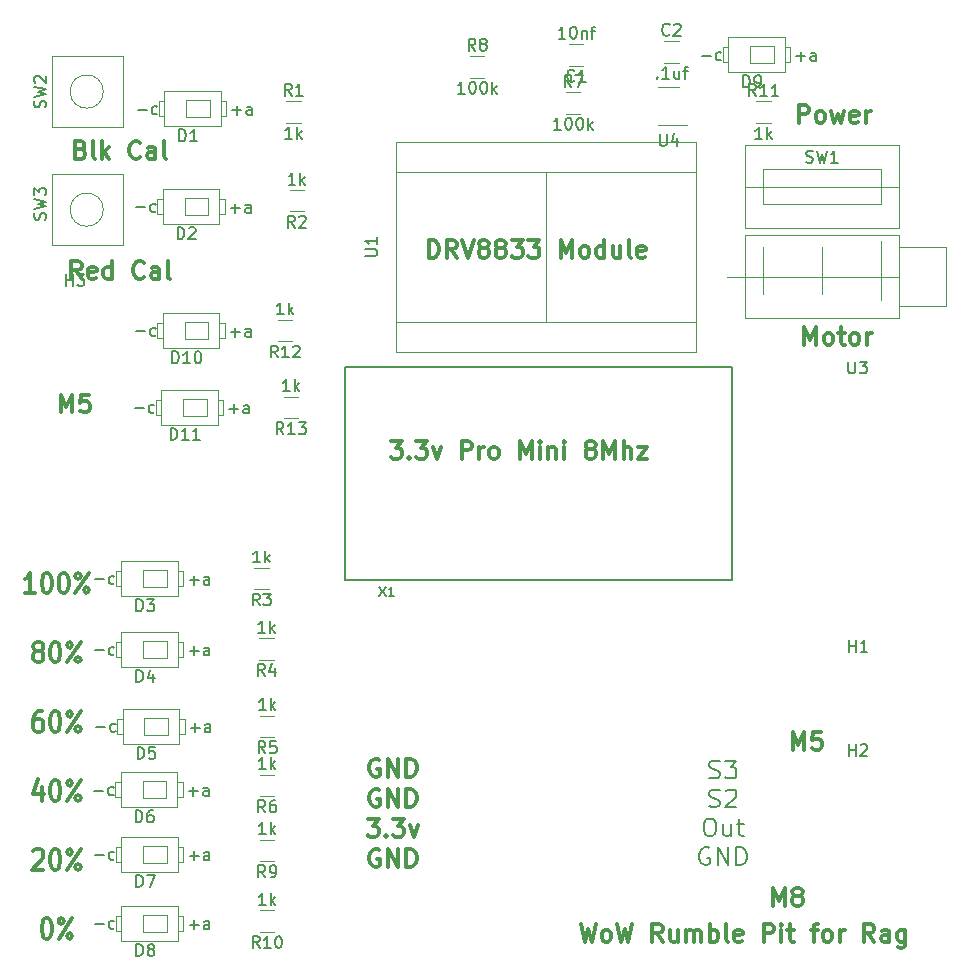
<source format=gbr>
%TF.GenerationSoftware,KiCad,Pcbnew,(5.1.6)-1*%
%TF.CreationDate,2020-06-19T21:21:41-04:00*%
%TF.ProjectId,TrialBBConversion,54726961-6c42-4424-936f-6e7665727369,rev?*%
%TF.SameCoordinates,Original*%
%TF.FileFunction,Legend,Top*%
%TF.FilePolarity,Positive*%
%FSLAX46Y46*%
G04 Gerber Fmt 4.6, Leading zero omitted, Abs format (unit mm)*
G04 Created by KiCad (PCBNEW (5.1.6)-1) date 2020-06-19 21:21:41*
%MOMM*%
%LPD*%
G01*
G04 APERTURE LIST*
%ADD10C,0.300000*%
%ADD11C,0.200000*%
%ADD12C,0.120000*%
%ADD13C,0.150000*%
%ADD14C,0.160000*%
G04 APERTURE END LIST*
D10*
X123499714Y-102913571D02*
X123499714Y-101413571D01*
X123999714Y-102485000D01*
X124499714Y-101413571D01*
X124499714Y-102913571D01*
X125928285Y-101413571D02*
X125214000Y-101413571D01*
X125142571Y-102127857D01*
X125214000Y-102056428D01*
X125356857Y-101985000D01*
X125714000Y-101985000D01*
X125856857Y-102056428D01*
X125928285Y-102127857D01*
X125999714Y-102270714D01*
X125999714Y-102627857D01*
X125928285Y-102770714D01*
X125856857Y-102842142D01*
X125714000Y-102913571D01*
X125356857Y-102913571D01*
X125214000Y-102842142D01*
X125142571Y-102770714D01*
X185475714Y-131488571D02*
X185475714Y-129988571D01*
X185975714Y-131060000D01*
X186475714Y-129988571D01*
X186475714Y-131488571D01*
X187904285Y-129988571D02*
X187190000Y-129988571D01*
X187118571Y-130702857D01*
X187190000Y-130631428D01*
X187332857Y-130560000D01*
X187690000Y-130560000D01*
X187832857Y-130631428D01*
X187904285Y-130702857D01*
X187975714Y-130845714D01*
X187975714Y-131202857D01*
X187904285Y-131345714D01*
X187832857Y-131417142D01*
X187690000Y-131488571D01*
X187332857Y-131488571D01*
X187190000Y-131417142D01*
X187118571Y-131345714D01*
X183824714Y-144696571D02*
X183824714Y-143196571D01*
X184324714Y-144268000D01*
X184824714Y-143196571D01*
X184824714Y-144696571D01*
X185753285Y-143839428D02*
X185610428Y-143768000D01*
X185539000Y-143696571D01*
X185467571Y-143553714D01*
X185467571Y-143482285D01*
X185539000Y-143339428D01*
X185610428Y-143268000D01*
X185753285Y-143196571D01*
X186039000Y-143196571D01*
X186181857Y-143268000D01*
X186253285Y-143339428D01*
X186324714Y-143482285D01*
X186324714Y-143553714D01*
X186253285Y-143696571D01*
X186181857Y-143768000D01*
X186039000Y-143839428D01*
X185753285Y-143839428D01*
X185610428Y-143910857D01*
X185539000Y-143982285D01*
X185467571Y-144125142D01*
X185467571Y-144410857D01*
X185539000Y-144553714D01*
X185610428Y-144625142D01*
X185753285Y-144696571D01*
X186039000Y-144696571D01*
X186181857Y-144625142D01*
X186253285Y-144553714D01*
X186324714Y-144410857D01*
X186324714Y-144125142D01*
X186253285Y-143982285D01*
X186181857Y-143910857D01*
X186039000Y-143839428D01*
X167534571Y-146244571D02*
X167891714Y-147744571D01*
X168177428Y-146673142D01*
X168463142Y-147744571D01*
X168820285Y-146244571D01*
X169606000Y-147744571D02*
X169463142Y-147673142D01*
X169391714Y-147601714D01*
X169320285Y-147458857D01*
X169320285Y-147030285D01*
X169391714Y-146887428D01*
X169463142Y-146816000D01*
X169606000Y-146744571D01*
X169820285Y-146744571D01*
X169963142Y-146816000D01*
X170034571Y-146887428D01*
X170106000Y-147030285D01*
X170106000Y-147458857D01*
X170034571Y-147601714D01*
X169963142Y-147673142D01*
X169820285Y-147744571D01*
X169606000Y-147744571D01*
X170606000Y-146244571D02*
X170963142Y-147744571D01*
X171248857Y-146673142D01*
X171534571Y-147744571D01*
X171891714Y-146244571D01*
X174463142Y-147744571D02*
X173963142Y-147030285D01*
X173606000Y-147744571D02*
X173606000Y-146244571D01*
X174177428Y-146244571D01*
X174320285Y-146316000D01*
X174391714Y-146387428D01*
X174463142Y-146530285D01*
X174463142Y-146744571D01*
X174391714Y-146887428D01*
X174320285Y-146958857D01*
X174177428Y-147030285D01*
X173606000Y-147030285D01*
X175748857Y-146744571D02*
X175748857Y-147744571D01*
X175106000Y-146744571D02*
X175106000Y-147530285D01*
X175177428Y-147673142D01*
X175320285Y-147744571D01*
X175534571Y-147744571D01*
X175677428Y-147673142D01*
X175748857Y-147601714D01*
X176463142Y-147744571D02*
X176463142Y-146744571D01*
X176463142Y-146887428D02*
X176534571Y-146816000D01*
X176677428Y-146744571D01*
X176891714Y-146744571D01*
X177034571Y-146816000D01*
X177106000Y-146958857D01*
X177106000Y-147744571D01*
X177106000Y-146958857D02*
X177177428Y-146816000D01*
X177320285Y-146744571D01*
X177534571Y-146744571D01*
X177677428Y-146816000D01*
X177748857Y-146958857D01*
X177748857Y-147744571D01*
X178463142Y-147744571D02*
X178463142Y-146244571D01*
X178463142Y-146816000D02*
X178606000Y-146744571D01*
X178891714Y-146744571D01*
X179034571Y-146816000D01*
X179106000Y-146887428D01*
X179177428Y-147030285D01*
X179177428Y-147458857D01*
X179106000Y-147601714D01*
X179034571Y-147673142D01*
X178891714Y-147744571D01*
X178606000Y-147744571D01*
X178463142Y-147673142D01*
X180034571Y-147744571D02*
X179891714Y-147673142D01*
X179820285Y-147530285D01*
X179820285Y-146244571D01*
X181177428Y-147673142D02*
X181034571Y-147744571D01*
X180748857Y-147744571D01*
X180606000Y-147673142D01*
X180534571Y-147530285D01*
X180534571Y-146958857D01*
X180606000Y-146816000D01*
X180748857Y-146744571D01*
X181034571Y-146744571D01*
X181177428Y-146816000D01*
X181248857Y-146958857D01*
X181248857Y-147101714D01*
X180534571Y-147244571D01*
X183034571Y-147744571D02*
X183034571Y-146244571D01*
X183606000Y-146244571D01*
X183748857Y-146316000D01*
X183820285Y-146387428D01*
X183891714Y-146530285D01*
X183891714Y-146744571D01*
X183820285Y-146887428D01*
X183748857Y-146958857D01*
X183606000Y-147030285D01*
X183034571Y-147030285D01*
X184534571Y-147744571D02*
X184534571Y-146744571D01*
X184534571Y-146244571D02*
X184463142Y-146316000D01*
X184534571Y-146387428D01*
X184606000Y-146316000D01*
X184534571Y-146244571D01*
X184534571Y-146387428D01*
X185034571Y-146744571D02*
X185605999Y-146744571D01*
X185248857Y-146244571D02*
X185248857Y-147530285D01*
X185320285Y-147673142D01*
X185463142Y-147744571D01*
X185605999Y-147744571D01*
X187034571Y-146744571D02*
X187605999Y-146744571D01*
X187248857Y-147744571D02*
X187248857Y-146458857D01*
X187320285Y-146316000D01*
X187463142Y-146244571D01*
X187605999Y-146244571D01*
X188320285Y-147744571D02*
X188177428Y-147673142D01*
X188106000Y-147601714D01*
X188034571Y-147458857D01*
X188034571Y-147030285D01*
X188106000Y-146887428D01*
X188177428Y-146816000D01*
X188320285Y-146744571D01*
X188534571Y-146744571D01*
X188677428Y-146816000D01*
X188748857Y-146887428D01*
X188820285Y-147030285D01*
X188820285Y-147458857D01*
X188748857Y-147601714D01*
X188677428Y-147673142D01*
X188534571Y-147744571D01*
X188320285Y-147744571D01*
X189463142Y-147744571D02*
X189463142Y-146744571D01*
X189463142Y-147030285D02*
X189534571Y-146887428D01*
X189606000Y-146816000D01*
X189748857Y-146744571D01*
X189891714Y-146744571D01*
X192391714Y-147744571D02*
X191891714Y-147030285D01*
X191534571Y-147744571D02*
X191534571Y-146244571D01*
X192106000Y-146244571D01*
X192248857Y-146316000D01*
X192320285Y-146387428D01*
X192391714Y-146530285D01*
X192391714Y-146744571D01*
X192320285Y-146887428D01*
X192248857Y-146958857D01*
X192106000Y-147030285D01*
X191534571Y-147030285D01*
X193677428Y-147744571D02*
X193677428Y-146958857D01*
X193606000Y-146816000D01*
X193463142Y-146744571D01*
X193177428Y-146744571D01*
X193034571Y-146816000D01*
X193677428Y-147673142D02*
X193534571Y-147744571D01*
X193177428Y-147744571D01*
X193034571Y-147673142D01*
X192963142Y-147530285D01*
X192963142Y-147387428D01*
X193034571Y-147244571D01*
X193177428Y-147173142D01*
X193534571Y-147173142D01*
X193677428Y-147101714D01*
X195034571Y-146744571D02*
X195034571Y-147958857D01*
X194963142Y-148101714D01*
X194891714Y-148173142D01*
X194748857Y-148244571D01*
X194534571Y-148244571D01*
X194391714Y-148173142D01*
X195034571Y-147673142D02*
X194891714Y-147744571D01*
X194606000Y-147744571D01*
X194463142Y-147673142D01*
X194391714Y-147601714D01*
X194320285Y-147458857D01*
X194320285Y-147030285D01*
X194391714Y-146887428D01*
X194463142Y-146816000D01*
X194606000Y-146744571D01*
X194891714Y-146744571D01*
X195034571Y-146816000D01*
X125274000Y-91610571D02*
X124774000Y-90896285D01*
X124416857Y-91610571D02*
X124416857Y-90110571D01*
X124988285Y-90110571D01*
X125131142Y-90182000D01*
X125202571Y-90253428D01*
X125274000Y-90396285D01*
X125274000Y-90610571D01*
X125202571Y-90753428D01*
X125131142Y-90824857D01*
X124988285Y-90896285D01*
X124416857Y-90896285D01*
X126488285Y-91539142D02*
X126345428Y-91610571D01*
X126059714Y-91610571D01*
X125916857Y-91539142D01*
X125845428Y-91396285D01*
X125845428Y-90824857D01*
X125916857Y-90682000D01*
X126059714Y-90610571D01*
X126345428Y-90610571D01*
X126488285Y-90682000D01*
X126559714Y-90824857D01*
X126559714Y-90967714D01*
X125845428Y-91110571D01*
X127845428Y-91610571D02*
X127845428Y-90110571D01*
X127845428Y-91539142D02*
X127702571Y-91610571D01*
X127416857Y-91610571D01*
X127274000Y-91539142D01*
X127202571Y-91467714D01*
X127131142Y-91324857D01*
X127131142Y-90896285D01*
X127202571Y-90753428D01*
X127274000Y-90682000D01*
X127416857Y-90610571D01*
X127702571Y-90610571D01*
X127845428Y-90682000D01*
X130559714Y-91467714D02*
X130488285Y-91539142D01*
X130274000Y-91610571D01*
X130131142Y-91610571D01*
X129916857Y-91539142D01*
X129774000Y-91396285D01*
X129702571Y-91253428D01*
X129631142Y-90967714D01*
X129631142Y-90753428D01*
X129702571Y-90467714D01*
X129774000Y-90324857D01*
X129916857Y-90182000D01*
X130131142Y-90110571D01*
X130274000Y-90110571D01*
X130488285Y-90182000D01*
X130559714Y-90253428D01*
X131845428Y-91610571D02*
X131845428Y-90824857D01*
X131774000Y-90682000D01*
X131631142Y-90610571D01*
X131345428Y-90610571D01*
X131202571Y-90682000D01*
X131845428Y-91539142D02*
X131702571Y-91610571D01*
X131345428Y-91610571D01*
X131202571Y-91539142D01*
X131131142Y-91396285D01*
X131131142Y-91253428D01*
X131202571Y-91110571D01*
X131345428Y-91039142D01*
X131702571Y-91039142D01*
X131845428Y-90967714D01*
X132774000Y-91610571D02*
X132631142Y-91539142D01*
X132559714Y-91396285D01*
X132559714Y-90110571D01*
X125238285Y-80664857D02*
X125452571Y-80736285D01*
X125524000Y-80807714D01*
X125595428Y-80950571D01*
X125595428Y-81164857D01*
X125524000Y-81307714D01*
X125452571Y-81379142D01*
X125309714Y-81450571D01*
X124738285Y-81450571D01*
X124738285Y-79950571D01*
X125238285Y-79950571D01*
X125381142Y-80022000D01*
X125452571Y-80093428D01*
X125524000Y-80236285D01*
X125524000Y-80379142D01*
X125452571Y-80522000D01*
X125381142Y-80593428D01*
X125238285Y-80664857D01*
X124738285Y-80664857D01*
X126452571Y-81450571D02*
X126309714Y-81379142D01*
X126238285Y-81236285D01*
X126238285Y-79950571D01*
X127024000Y-81450571D02*
X127024000Y-79950571D01*
X127166857Y-80879142D02*
X127595428Y-81450571D01*
X127595428Y-80450571D02*
X127024000Y-81022000D01*
X130238285Y-81307714D02*
X130166857Y-81379142D01*
X129952571Y-81450571D01*
X129809714Y-81450571D01*
X129595428Y-81379142D01*
X129452571Y-81236285D01*
X129381142Y-81093428D01*
X129309714Y-80807714D01*
X129309714Y-80593428D01*
X129381142Y-80307714D01*
X129452571Y-80164857D01*
X129595428Y-80022000D01*
X129809714Y-79950571D01*
X129952571Y-79950571D01*
X130166857Y-80022000D01*
X130238285Y-80093428D01*
X131524000Y-81450571D02*
X131524000Y-80664857D01*
X131452571Y-80522000D01*
X131309714Y-80450571D01*
X131024000Y-80450571D01*
X130881142Y-80522000D01*
X131524000Y-81379142D02*
X131381142Y-81450571D01*
X131024000Y-81450571D01*
X130881142Y-81379142D01*
X130809714Y-81236285D01*
X130809714Y-81093428D01*
X130881142Y-80950571D01*
X131024000Y-80879142D01*
X131381142Y-80879142D01*
X131524000Y-80807714D01*
X132452571Y-81450571D02*
X132309714Y-81379142D01*
X132238285Y-81236285D01*
X132238285Y-79950571D01*
X121332857Y-118246666D02*
X120475714Y-118246666D01*
X120904285Y-118246666D02*
X120904285Y-116496666D01*
X120761428Y-116746666D01*
X120618571Y-116913333D01*
X120475714Y-116996666D01*
X122261428Y-116496666D02*
X122404285Y-116496666D01*
X122547142Y-116580000D01*
X122618571Y-116663333D01*
X122690000Y-116830000D01*
X122761428Y-117163333D01*
X122761428Y-117580000D01*
X122690000Y-117913333D01*
X122618571Y-118080000D01*
X122547142Y-118163333D01*
X122404285Y-118246666D01*
X122261428Y-118246666D01*
X122118571Y-118163333D01*
X122047142Y-118080000D01*
X121975714Y-117913333D01*
X121904285Y-117580000D01*
X121904285Y-117163333D01*
X121975714Y-116830000D01*
X122047142Y-116663333D01*
X122118571Y-116580000D01*
X122261428Y-116496666D01*
X123690000Y-116496666D02*
X123832857Y-116496666D01*
X123975714Y-116580000D01*
X124047142Y-116663333D01*
X124118571Y-116830000D01*
X124190000Y-117163333D01*
X124190000Y-117580000D01*
X124118571Y-117913333D01*
X124047142Y-118080000D01*
X123975714Y-118163333D01*
X123832857Y-118246666D01*
X123690000Y-118246666D01*
X123547142Y-118163333D01*
X123475714Y-118080000D01*
X123404285Y-117913333D01*
X123332857Y-117580000D01*
X123332857Y-117163333D01*
X123404285Y-116830000D01*
X123475714Y-116663333D01*
X123547142Y-116580000D01*
X123690000Y-116496666D01*
X124761428Y-118246666D02*
X125904285Y-116496666D01*
X124975714Y-116496666D02*
X125118571Y-116580000D01*
X125190000Y-116746666D01*
X125118571Y-116913333D01*
X124975714Y-116996666D01*
X124832857Y-116913333D01*
X124761428Y-116746666D01*
X124832857Y-116580000D01*
X124975714Y-116496666D01*
X125832857Y-118163333D02*
X125904285Y-117996666D01*
X125832857Y-117830000D01*
X125690000Y-117746666D01*
X125547142Y-117830000D01*
X125475714Y-117996666D01*
X125547142Y-118163333D01*
X125690000Y-118246666D01*
X125832857Y-118163333D01*
X121475714Y-123096666D02*
X121332857Y-123013333D01*
X121261428Y-122930000D01*
X121190000Y-122763333D01*
X121190000Y-122680000D01*
X121261428Y-122513333D01*
X121332857Y-122430000D01*
X121475714Y-122346666D01*
X121761428Y-122346666D01*
X121904285Y-122430000D01*
X121975714Y-122513333D01*
X122047142Y-122680000D01*
X122047142Y-122763333D01*
X121975714Y-122930000D01*
X121904285Y-123013333D01*
X121761428Y-123096666D01*
X121475714Y-123096666D01*
X121332857Y-123180000D01*
X121261428Y-123263333D01*
X121190000Y-123430000D01*
X121190000Y-123763333D01*
X121261428Y-123930000D01*
X121332857Y-124013333D01*
X121475714Y-124096666D01*
X121761428Y-124096666D01*
X121904285Y-124013333D01*
X121975714Y-123930000D01*
X122047142Y-123763333D01*
X122047142Y-123430000D01*
X121975714Y-123263333D01*
X121904285Y-123180000D01*
X121761428Y-123096666D01*
X122975714Y-122346666D02*
X123118571Y-122346666D01*
X123261428Y-122430000D01*
X123332857Y-122513333D01*
X123404285Y-122680000D01*
X123475714Y-123013333D01*
X123475714Y-123430000D01*
X123404285Y-123763333D01*
X123332857Y-123930000D01*
X123261428Y-124013333D01*
X123118571Y-124096666D01*
X122975714Y-124096666D01*
X122832857Y-124013333D01*
X122761428Y-123930000D01*
X122690000Y-123763333D01*
X122618571Y-123430000D01*
X122618571Y-123013333D01*
X122690000Y-122680000D01*
X122761428Y-122513333D01*
X122832857Y-122430000D01*
X122975714Y-122346666D01*
X124047142Y-124096666D02*
X125190000Y-122346666D01*
X124261428Y-122346666D02*
X124404285Y-122430000D01*
X124475714Y-122596666D01*
X124404285Y-122763333D01*
X124261428Y-122846666D01*
X124118571Y-122763333D01*
X124047142Y-122596666D01*
X124118571Y-122430000D01*
X124261428Y-122346666D01*
X125118571Y-124013333D02*
X125190000Y-123846666D01*
X125118571Y-123680000D01*
X124975714Y-123596666D01*
X124832857Y-123680000D01*
X124761428Y-123846666D01*
X124832857Y-124013333D01*
X124975714Y-124096666D01*
X125118571Y-124013333D01*
X121904285Y-128196666D02*
X121618571Y-128196666D01*
X121475714Y-128280000D01*
X121404285Y-128363333D01*
X121261428Y-128613333D01*
X121190000Y-128946666D01*
X121190000Y-129613333D01*
X121261428Y-129780000D01*
X121332857Y-129863333D01*
X121475714Y-129946666D01*
X121761428Y-129946666D01*
X121904285Y-129863333D01*
X121975714Y-129780000D01*
X122047142Y-129613333D01*
X122047142Y-129196666D01*
X121975714Y-129030000D01*
X121904285Y-128946666D01*
X121761428Y-128863333D01*
X121475714Y-128863333D01*
X121332857Y-128946666D01*
X121261428Y-129030000D01*
X121190000Y-129196666D01*
X122975714Y-128196666D02*
X123118571Y-128196666D01*
X123261428Y-128280000D01*
X123332857Y-128363333D01*
X123404285Y-128530000D01*
X123475714Y-128863333D01*
X123475714Y-129280000D01*
X123404285Y-129613333D01*
X123332857Y-129780000D01*
X123261428Y-129863333D01*
X123118571Y-129946666D01*
X122975714Y-129946666D01*
X122832857Y-129863333D01*
X122761428Y-129780000D01*
X122690000Y-129613333D01*
X122618571Y-129280000D01*
X122618571Y-128863333D01*
X122690000Y-128530000D01*
X122761428Y-128363333D01*
X122832857Y-128280000D01*
X122975714Y-128196666D01*
X124047142Y-129946666D02*
X125190000Y-128196666D01*
X124261428Y-128196666D02*
X124404285Y-128280000D01*
X124475714Y-128446666D01*
X124404285Y-128613333D01*
X124261428Y-128696666D01*
X124118571Y-128613333D01*
X124047142Y-128446666D01*
X124118571Y-128280000D01*
X124261428Y-128196666D01*
X125118571Y-129863333D02*
X125190000Y-129696666D01*
X125118571Y-129530000D01*
X124975714Y-129446666D01*
X124832857Y-129530000D01*
X124761428Y-129696666D01*
X124832857Y-129863333D01*
X124975714Y-129946666D01*
X125118571Y-129863333D01*
X121904285Y-134630000D02*
X121904285Y-135796666D01*
X121547142Y-133963333D02*
X121190000Y-135213333D01*
X122118571Y-135213333D01*
X122975714Y-134046666D02*
X123118571Y-134046666D01*
X123261428Y-134130000D01*
X123332857Y-134213333D01*
X123404285Y-134380000D01*
X123475714Y-134713333D01*
X123475714Y-135130000D01*
X123404285Y-135463333D01*
X123332857Y-135630000D01*
X123261428Y-135713333D01*
X123118571Y-135796666D01*
X122975714Y-135796666D01*
X122832857Y-135713333D01*
X122761428Y-135630000D01*
X122690000Y-135463333D01*
X122618571Y-135130000D01*
X122618571Y-134713333D01*
X122690000Y-134380000D01*
X122761428Y-134213333D01*
X122832857Y-134130000D01*
X122975714Y-134046666D01*
X124047142Y-135796666D02*
X125190000Y-134046666D01*
X124261428Y-134046666D02*
X124404285Y-134130000D01*
X124475714Y-134296666D01*
X124404285Y-134463333D01*
X124261428Y-134546666D01*
X124118571Y-134463333D01*
X124047142Y-134296666D01*
X124118571Y-134130000D01*
X124261428Y-134046666D01*
X125118571Y-135713333D02*
X125190000Y-135546666D01*
X125118571Y-135380000D01*
X124975714Y-135296666D01*
X124832857Y-135380000D01*
X124761428Y-135546666D01*
X124832857Y-135713333D01*
X124975714Y-135796666D01*
X125118571Y-135713333D01*
X121190000Y-140063333D02*
X121261428Y-139980000D01*
X121404285Y-139896666D01*
X121761428Y-139896666D01*
X121904285Y-139980000D01*
X121975714Y-140063333D01*
X122047142Y-140230000D01*
X122047142Y-140396666D01*
X121975714Y-140646666D01*
X121118571Y-141646666D01*
X122047142Y-141646666D01*
X122975714Y-139896666D02*
X123118571Y-139896666D01*
X123261428Y-139980000D01*
X123332857Y-140063333D01*
X123404285Y-140230000D01*
X123475714Y-140563333D01*
X123475714Y-140980000D01*
X123404285Y-141313333D01*
X123332857Y-141480000D01*
X123261428Y-141563333D01*
X123118571Y-141646666D01*
X122975714Y-141646666D01*
X122832857Y-141563333D01*
X122761428Y-141480000D01*
X122690000Y-141313333D01*
X122618571Y-140980000D01*
X122618571Y-140563333D01*
X122690000Y-140230000D01*
X122761428Y-140063333D01*
X122832857Y-139980000D01*
X122975714Y-139896666D01*
X124047142Y-141646666D02*
X125190000Y-139896666D01*
X124261428Y-139896666D02*
X124404285Y-139980000D01*
X124475714Y-140146666D01*
X124404285Y-140313333D01*
X124261428Y-140396666D01*
X124118571Y-140313333D01*
X124047142Y-140146666D01*
X124118571Y-139980000D01*
X124261428Y-139896666D01*
X125118571Y-141563333D02*
X125190000Y-141396666D01*
X125118571Y-141230000D01*
X124975714Y-141146666D01*
X124832857Y-141230000D01*
X124761428Y-141396666D01*
X124832857Y-141563333D01*
X124975714Y-141646666D01*
X125118571Y-141563333D01*
X122261428Y-145746666D02*
X122404285Y-145746666D01*
X122547142Y-145830000D01*
X122618571Y-145913333D01*
X122690000Y-146080000D01*
X122761428Y-146413333D01*
X122761428Y-146830000D01*
X122690000Y-147163333D01*
X122618571Y-147330000D01*
X122547142Y-147413333D01*
X122404285Y-147496666D01*
X122261428Y-147496666D01*
X122118571Y-147413333D01*
X122047142Y-147330000D01*
X121975714Y-147163333D01*
X121904285Y-146830000D01*
X121904285Y-146413333D01*
X121975714Y-146080000D01*
X122047142Y-145913333D01*
X122118571Y-145830000D01*
X122261428Y-145746666D01*
X123332857Y-147496666D02*
X124475714Y-145746666D01*
X123547142Y-145746666D02*
X123690000Y-145830000D01*
X123761428Y-145996666D01*
X123690000Y-146163333D01*
X123547142Y-146246666D01*
X123404285Y-146163333D01*
X123332857Y-145996666D01*
X123404285Y-145830000D01*
X123547142Y-145746666D01*
X124404285Y-147413333D02*
X124475714Y-147246666D01*
X124404285Y-147080000D01*
X124261428Y-146996666D01*
X124118571Y-147080000D01*
X124047142Y-147246666D01*
X124118571Y-147413333D01*
X124261428Y-147496666D01*
X124404285Y-147413333D01*
X151448857Y-105350571D02*
X152377428Y-105350571D01*
X151877428Y-105922000D01*
X152091714Y-105922000D01*
X152234571Y-105993428D01*
X152306000Y-106064857D01*
X152377428Y-106207714D01*
X152377428Y-106564857D01*
X152306000Y-106707714D01*
X152234571Y-106779142D01*
X152091714Y-106850571D01*
X151663142Y-106850571D01*
X151520285Y-106779142D01*
X151448857Y-106707714D01*
X153020285Y-106707714D02*
X153091714Y-106779142D01*
X153020285Y-106850571D01*
X152948857Y-106779142D01*
X153020285Y-106707714D01*
X153020285Y-106850571D01*
X153591714Y-105350571D02*
X154520285Y-105350571D01*
X154020285Y-105922000D01*
X154234571Y-105922000D01*
X154377428Y-105993428D01*
X154448857Y-106064857D01*
X154520285Y-106207714D01*
X154520285Y-106564857D01*
X154448857Y-106707714D01*
X154377428Y-106779142D01*
X154234571Y-106850571D01*
X153806000Y-106850571D01*
X153663142Y-106779142D01*
X153591714Y-106707714D01*
X155020285Y-105850571D02*
X155377428Y-106850571D01*
X155734571Y-105850571D01*
X157448857Y-106850571D02*
X157448857Y-105350571D01*
X158020285Y-105350571D01*
X158163142Y-105422000D01*
X158234571Y-105493428D01*
X158306000Y-105636285D01*
X158306000Y-105850571D01*
X158234571Y-105993428D01*
X158163142Y-106064857D01*
X158020285Y-106136285D01*
X157448857Y-106136285D01*
X158948857Y-106850571D02*
X158948857Y-105850571D01*
X158948857Y-106136285D02*
X159020285Y-105993428D01*
X159091714Y-105922000D01*
X159234571Y-105850571D01*
X159377428Y-105850571D01*
X160091714Y-106850571D02*
X159948857Y-106779142D01*
X159877428Y-106707714D01*
X159806000Y-106564857D01*
X159806000Y-106136285D01*
X159877428Y-105993428D01*
X159948857Y-105922000D01*
X160091714Y-105850571D01*
X160306000Y-105850571D01*
X160448857Y-105922000D01*
X160520285Y-105993428D01*
X160591714Y-106136285D01*
X160591714Y-106564857D01*
X160520285Y-106707714D01*
X160448857Y-106779142D01*
X160306000Y-106850571D01*
X160091714Y-106850571D01*
X162377428Y-106850571D02*
X162377428Y-105350571D01*
X162877428Y-106422000D01*
X163377428Y-105350571D01*
X163377428Y-106850571D01*
X164091714Y-106850571D02*
X164091714Y-105850571D01*
X164091714Y-105350571D02*
X164020285Y-105422000D01*
X164091714Y-105493428D01*
X164163142Y-105422000D01*
X164091714Y-105350571D01*
X164091714Y-105493428D01*
X164806000Y-105850571D02*
X164806000Y-106850571D01*
X164806000Y-105993428D02*
X164877428Y-105922000D01*
X165020285Y-105850571D01*
X165234571Y-105850571D01*
X165377428Y-105922000D01*
X165448857Y-106064857D01*
X165448857Y-106850571D01*
X166163142Y-106850571D02*
X166163142Y-105850571D01*
X166163142Y-105350571D02*
X166091714Y-105422000D01*
X166163142Y-105493428D01*
X166234571Y-105422000D01*
X166163142Y-105350571D01*
X166163142Y-105493428D01*
X168234571Y-105993428D02*
X168091714Y-105922000D01*
X168020285Y-105850571D01*
X167948857Y-105707714D01*
X167948857Y-105636285D01*
X168020285Y-105493428D01*
X168091714Y-105422000D01*
X168234571Y-105350571D01*
X168520285Y-105350571D01*
X168663142Y-105422000D01*
X168734571Y-105493428D01*
X168806000Y-105636285D01*
X168806000Y-105707714D01*
X168734571Y-105850571D01*
X168663142Y-105922000D01*
X168520285Y-105993428D01*
X168234571Y-105993428D01*
X168091714Y-106064857D01*
X168020285Y-106136285D01*
X167948857Y-106279142D01*
X167948857Y-106564857D01*
X168020285Y-106707714D01*
X168091714Y-106779142D01*
X168234571Y-106850571D01*
X168520285Y-106850571D01*
X168663142Y-106779142D01*
X168734571Y-106707714D01*
X168806000Y-106564857D01*
X168806000Y-106279142D01*
X168734571Y-106136285D01*
X168663142Y-106064857D01*
X168520285Y-105993428D01*
X169448857Y-106850571D02*
X169448857Y-105350571D01*
X169948857Y-106422000D01*
X170448857Y-105350571D01*
X170448857Y-106850571D01*
X171163142Y-106850571D02*
X171163142Y-105350571D01*
X171806000Y-106850571D02*
X171806000Y-106064857D01*
X171734571Y-105922000D01*
X171591714Y-105850571D01*
X171377428Y-105850571D01*
X171234571Y-105922000D01*
X171163142Y-105993428D01*
X172377428Y-105850571D02*
X173163142Y-105850571D01*
X172377428Y-106850571D01*
X173163142Y-106850571D01*
X154687142Y-89832571D02*
X154687142Y-88332571D01*
X155044285Y-88332571D01*
X155258571Y-88404000D01*
X155401428Y-88546857D01*
X155472857Y-88689714D01*
X155544285Y-88975428D01*
X155544285Y-89189714D01*
X155472857Y-89475428D01*
X155401428Y-89618285D01*
X155258571Y-89761142D01*
X155044285Y-89832571D01*
X154687142Y-89832571D01*
X157044285Y-89832571D02*
X156544285Y-89118285D01*
X156187142Y-89832571D02*
X156187142Y-88332571D01*
X156758571Y-88332571D01*
X156901428Y-88404000D01*
X156972857Y-88475428D01*
X157044285Y-88618285D01*
X157044285Y-88832571D01*
X156972857Y-88975428D01*
X156901428Y-89046857D01*
X156758571Y-89118285D01*
X156187142Y-89118285D01*
X157472857Y-88332571D02*
X157972857Y-89832571D01*
X158472857Y-88332571D01*
X159187142Y-88975428D02*
X159044285Y-88904000D01*
X158972857Y-88832571D01*
X158901428Y-88689714D01*
X158901428Y-88618285D01*
X158972857Y-88475428D01*
X159044285Y-88404000D01*
X159187142Y-88332571D01*
X159472857Y-88332571D01*
X159615714Y-88404000D01*
X159687142Y-88475428D01*
X159758571Y-88618285D01*
X159758571Y-88689714D01*
X159687142Y-88832571D01*
X159615714Y-88904000D01*
X159472857Y-88975428D01*
X159187142Y-88975428D01*
X159044285Y-89046857D01*
X158972857Y-89118285D01*
X158901428Y-89261142D01*
X158901428Y-89546857D01*
X158972857Y-89689714D01*
X159044285Y-89761142D01*
X159187142Y-89832571D01*
X159472857Y-89832571D01*
X159615714Y-89761142D01*
X159687142Y-89689714D01*
X159758571Y-89546857D01*
X159758571Y-89261142D01*
X159687142Y-89118285D01*
X159615714Y-89046857D01*
X159472857Y-88975428D01*
X160615714Y-88975428D02*
X160472857Y-88904000D01*
X160401428Y-88832571D01*
X160330000Y-88689714D01*
X160330000Y-88618285D01*
X160401428Y-88475428D01*
X160472857Y-88404000D01*
X160615714Y-88332571D01*
X160901428Y-88332571D01*
X161044285Y-88404000D01*
X161115714Y-88475428D01*
X161187142Y-88618285D01*
X161187142Y-88689714D01*
X161115714Y-88832571D01*
X161044285Y-88904000D01*
X160901428Y-88975428D01*
X160615714Y-88975428D01*
X160472857Y-89046857D01*
X160401428Y-89118285D01*
X160330000Y-89261142D01*
X160330000Y-89546857D01*
X160401428Y-89689714D01*
X160472857Y-89761142D01*
X160615714Y-89832571D01*
X160901428Y-89832571D01*
X161044285Y-89761142D01*
X161115714Y-89689714D01*
X161187142Y-89546857D01*
X161187142Y-89261142D01*
X161115714Y-89118285D01*
X161044285Y-89046857D01*
X160901428Y-88975428D01*
X161687142Y-88332571D02*
X162615714Y-88332571D01*
X162115714Y-88904000D01*
X162330000Y-88904000D01*
X162472857Y-88975428D01*
X162544285Y-89046857D01*
X162615714Y-89189714D01*
X162615714Y-89546857D01*
X162544285Y-89689714D01*
X162472857Y-89761142D01*
X162330000Y-89832571D01*
X161901428Y-89832571D01*
X161758571Y-89761142D01*
X161687142Y-89689714D01*
X163115714Y-88332571D02*
X164044285Y-88332571D01*
X163544285Y-88904000D01*
X163758571Y-88904000D01*
X163901428Y-88975428D01*
X163972857Y-89046857D01*
X164044285Y-89189714D01*
X164044285Y-89546857D01*
X163972857Y-89689714D01*
X163901428Y-89761142D01*
X163758571Y-89832571D01*
X163330000Y-89832571D01*
X163187142Y-89761142D01*
X163115714Y-89689714D01*
X165830000Y-89832571D02*
X165830000Y-88332571D01*
X166330000Y-89404000D01*
X166830000Y-88332571D01*
X166830000Y-89832571D01*
X167758571Y-89832571D02*
X167615714Y-89761142D01*
X167544285Y-89689714D01*
X167472857Y-89546857D01*
X167472857Y-89118285D01*
X167544285Y-88975428D01*
X167615714Y-88904000D01*
X167758571Y-88832571D01*
X167972857Y-88832571D01*
X168115714Y-88904000D01*
X168187142Y-88975428D01*
X168258571Y-89118285D01*
X168258571Y-89546857D01*
X168187142Y-89689714D01*
X168115714Y-89761142D01*
X167972857Y-89832571D01*
X167758571Y-89832571D01*
X169544285Y-89832571D02*
X169544285Y-88332571D01*
X169544285Y-89761142D02*
X169401428Y-89832571D01*
X169115714Y-89832571D01*
X168972857Y-89761142D01*
X168901428Y-89689714D01*
X168830000Y-89546857D01*
X168830000Y-89118285D01*
X168901428Y-88975428D01*
X168972857Y-88904000D01*
X169115714Y-88832571D01*
X169401428Y-88832571D01*
X169544285Y-88904000D01*
X170901428Y-88832571D02*
X170901428Y-89832571D01*
X170258571Y-88832571D02*
X170258571Y-89618285D01*
X170330000Y-89761142D01*
X170472857Y-89832571D01*
X170687142Y-89832571D01*
X170830000Y-89761142D01*
X170901428Y-89689714D01*
X171830000Y-89832571D02*
X171687142Y-89761142D01*
X171615714Y-89618285D01*
X171615714Y-88332571D01*
X172972857Y-89761142D02*
X172830000Y-89832571D01*
X172544285Y-89832571D01*
X172401428Y-89761142D01*
X172330000Y-89618285D01*
X172330000Y-89046857D01*
X172401428Y-88904000D01*
X172544285Y-88832571D01*
X172830000Y-88832571D01*
X172972857Y-88904000D01*
X173044285Y-89046857D01*
X173044285Y-89189714D01*
X172330000Y-89332571D01*
X186480000Y-97198571D02*
X186480000Y-95698571D01*
X186980000Y-96770000D01*
X187480000Y-95698571D01*
X187480000Y-97198571D01*
X188408571Y-97198571D02*
X188265714Y-97127142D01*
X188194285Y-97055714D01*
X188122857Y-96912857D01*
X188122857Y-96484285D01*
X188194285Y-96341428D01*
X188265714Y-96270000D01*
X188408571Y-96198571D01*
X188622857Y-96198571D01*
X188765714Y-96270000D01*
X188837142Y-96341428D01*
X188908571Y-96484285D01*
X188908571Y-96912857D01*
X188837142Y-97055714D01*
X188765714Y-97127142D01*
X188622857Y-97198571D01*
X188408571Y-97198571D01*
X189337142Y-96198571D02*
X189908571Y-96198571D01*
X189551428Y-95698571D02*
X189551428Y-96984285D01*
X189622857Y-97127142D01*
X189765714Y-97198571D01*
X189908571Y-97198571D01*
X190622857Y-97198571D02*
X190480000Y-97127142D01*
X190408571Y-97055714D01*
X190337142Y-96912857D01*
X190337142Y-96484285D01*
X190408571Y-96341428D01*
X190480000Y-96270000D01*
X190622857Y-96198571D01*
X190837142Y-96198571D01*
X190980000Y-96270000D01*
X191051428Y-96341428D01*
X191122857Y-96484285D01*
X191122857Y-96912857D01*
X191051428Y-97055714D01*
X190980000Y-97127142D01*
X190837142Y-97198571D01*
X190622857Y-97198571D01*
X191765714Y-97198571D02*
X191765714Y-96198571D01*
X191765714Y-96484285D02*
X191837142Y-96341428D01*
X191908571Y-96270000D01*
X192051428Y-96198571D01*
X192194285Y-96198571D01*
X186011714Y-78402571D02*
X186011714Y-76902571D01*
X186583142Y-76902571D01*
X186726000Y-76974000D01*
X186797428Y-77045428D01*
X186868857Y-77188285D01*
X186868857Y-77402571D01*
X186797428Y-77545428D01*
X186726000Y-77616857D01*
X186583142Y-77688285D01*
X186011714Y-77688285D01*
X187726000Y-78402571D02*
X187583142Y-78331142D01*
X187511714Y-78259714D01*
X187440285Y-78116857D01*
X187440285Y-77688285D01*
X187511714Y-77545428D01*
X187583142Y-77474000D01*
X187726000Y-77402571D01*
X187940285Y-77402571D01*
X188083142Y-77474000D01*
X188154571Y-77545428D01*
X188226000Y-77688285D01*
X188226000Y-78116857D01*
X188154571Y-78259714D01*
X188083142Y-78331142D01*
X187940285Y-78402571D01*
X187726000Y-78402571D01*
X188726000Y-77402571D02*
X189011714Y-78402571D01*
X189297428Y-77688285D01*
X189583142Y-78402571D01*
X189868857Y-77402571D01*
X191011714Y-78331142D02*
X190868857Y-78402571D01*
X190583142Y-78402571D01*
X190440285Y-78331142D01*
X190368857Y-78188285D01*
X190368857Y-77616857D01*
X190440285Y-77474000D01*
X190583142Y-77402571D01*
X190868857Y-77402571D01*
X191011714Y-77474000D01*
X191083142Y-77616857D01*
X191083142Y-77759714D01*
X190368857Y-77902571D01*
X191726000Y-78402571D02*
X191726000Y-77402571D01*
X191726000Y-77688285D02*
X191797428Y-77545428D01*
X191868857Y-77474000D01*
X192011714Y-77402571D01*
X192154571Y-77402571D01*
X150495142Y-132331000D02*
X150352285Y-132259571D01*
X150138000Y-132259571D01*
X149923714Y-132331000D01*
X149780857Y-132473857D01*
X149709428Y-132616714D01*
X149638000Y-132902428D01*
X149638000Y-133116714D01*
X149709428Y-133402428D01*
X149780857Y-133545285D01*
X149923714Y-133688142D01*
X150138000Y-133759571D01*
X150280857Y-133759571D01*
X150495142Y-133688142D01*
X150566571Y-133616714D01*
X150566571Y-133116714D01*
X150280857Y-133116714D01*
X151209428Y-133759571D02*
X151209428Y-132259571D01*
X152066571Y-133759571D01*
X152066571Y-132259571D01*
X152780857Y-133759571D02*
X152780857Y-132259571D01*
X153138000Y-132259571D01*
X153352285Y-132331000D01*
X153495142Y-132473857D01*
X153566571Y-132616714D01*
X153638000Y-132902428D01*
X153638000Y-133116714D01*
X153566571Y-133402428D01*
X153495142Y-133545285D01*
X153352285Y-133688142D01*
X153138000Y-133759571D01*
X152780857Y-133759571D01*
X150495142Y-134881000D02*
X150352285Y-134809571D01*
X150138000Y-134809571D01*
X149923714Y-134881000D01*
X149780857Y-135023857D01*
X149709428Y-135166714D01*
X149638000Y-135452428D01*
X149638000Y-135666714D01*
X149709428Y-135952428D01*
X149780857Y-136095285D01*
X149923714Y-136238142D01*
X150138000Y-136309571D01*
X150280857Y-136309571D01*
X150495142Y-136238142D01*
X150566571Y-136166714D01*
X150566571Y-135666714D01*
X150280857Y-135666714D01*
X151209428Y-136309571D02*
X151209428Y-134809571D01*
X152066571Y-136309571D01*
X152066571Y-134809571D01*
X152780857Y-136309571D02*
X152780857Y-134809571D01*
X153138000Y-134809571D01*
X153352285Y-134881000D01*
X153495142Y-135023857D01*
X153566571Y-135166714D01*
X153638000Y-135452428D01*
X153638000Y-135666714D01*
X153566571Y-135952428D01*
X153495142Y-136095285D01*
X153352285Y-136238142D01*
X153138000Y-136309571D01*
X152780857Y-136309571D01*
X149495142Y-137359571D02*
X150423714Y-137359571D01*
X149923714Y-137931000D01*
X150138000Y-137931000D01*
X150280857Y-138002428D01*
X150352285Y-138073857D01*
X150423714Y-138216714D01*
X150423714Y-138573857D01*
X150352285Y-138716714D01*
X150280857Y-138788142D01*
X150138000Y-138859571D01*
X149709428Y-138859571D01*
X149566571Y-138788142D01*
X149495142Y-138716714D01*
X151066571Y-138716714D02*
X151138000Y-138788142D01*
X151066571Y-138859571D01*
X150995142Y-138788142D01*
X151066571Y-138716714D01*
X151066571Y-138859571D01*
X151638000Y-137359571D02*
X152566571Y-137359571D01*
X152066571Y-137931000D01*
X152280857Y-137931000D01*
X152423714Y-138002428D01*
X152495142Y-138073857D01*
X152566571Y-138216714D01*
X152566571Y-138573857D01*
X152495142Y-138716714D01*
X152423714Y-138788142D01*
X152280857Y-138859571D01*
X151852285Y-138859571D01*
X151709428Y-138788142D01*
X151638000Y-138716714D01*
X153066571Y-137859571D02*
X153423714Y-138859571D01*
X153780857Y-137859571D01*
X150495142Y-139981000D02*
X150352285Y-139909571D01*
X150138000Y-139909571D01*
X149923714Y-139981000D01*
X149780857Y-140123857D01*
X149709428Y-140266714D01*
X149638000Y-140552428D01*
X149638000Y-140766714D01*
X149709428Y-141052428D01*
X149780857Y-141195285D01*
X149923714Y-141338142D01*
X150138000Y-141409571D01*
X150280857Y-141409571D01*
X150495142Y-141338142D01*
X150566571Y-141266714D01*
X150566571Y-140766714D01*
X150280857Y-140766714D01*
X151209428Y-141409571D02*
X151209428Y-139909571D01*
X152066571Y-141409571D01*
X152066571Y-139909571D01*
X152780857Y-141409571D02*
X152780857Y-139909571D01*
X153138000Y-139909571D01*
X153352285Y-139981000D01*
X153495142Y-140123857D01*
X153566571Y-140266714D01*
X153638000Y-140552428D01*
X153638000Y-140766714D01*
X153566571Y-141052428D01*
X153495142Y-141195285D01*
X153352285Y-141338142D01*
X153138000Y-141409571D01*
X152780857Y-141409571D01*
D11*
X178435142Y-133838142D02*
X178649428Y-133909571D01*
X179006571Y-133909571D01*
X179149428Y-133838142D01*
X179220857Y-133766714D01*
X179292285Y-133623857D01*
X179292285Y-133481000D01*
X179220857Y-133338142D01*
X179149428Y-133266714D01*
X179006571Y-133195285D01*
X178720857Y-133123857D01*
X178578000Y-133052428D01*
X178506571Y-132981000D01*
X178435142Y-132838142D01*
X178435142Y-132695285D01*
X178506571Y-132552428D01*
X178578000Y-132481000D01*
X178720857Y-132409571D01*
X179078000Y-132409571D01*
X179292285Y-132481000D01*
X179792285Y-132409571D02*
X180720857Y-132409571D01*
X180220857Y-132981000D01*
X180435142Y-132981000D01*
X180578000Y-133052428D01*
X180649428Y-133123857D01*
X180720857Y-133266714D01*
X180720857Y-133623857D01*
X180649428Y-133766714D01*
X180578000Y-133838142D01*
X180435142Y-133909571D01*
X180006571Y-133909571D01*
X179863714Y-133838142D01*
X179792285Y-133766714D01*
X178435142Y-136288142D02*
X178649428Y-136359571D01*
X179006571Y-136359571D01*
X179149428Y-136288142D01*
X179220857Y-136216714D01*
X179292285Y-136073857D01*
X179292285Y-135931000D01*
X179220857Y-135788142D01*
X179149428Y-135716714D01*
X179006571Y-135645285D01*
X178720857Y-135573857D01*
X178578000Y-135502428D01*
X178506571Y-135431000D01*
X178435142Y-135288142D01*
X178435142Y-135145285D01*
X178506571Y-135002428D01*
X178578000Y-134931000D01*
X178720857Y-134859571D01*
X179078000Y-134859571D01*
X179292285Y-134931000D01*
X179863714Y-135002428D02*
X179935142Y-134931000D01*
X180078000Y-134859571D01*
X180435142Y-134859571D01*
X180578000Y-134931000D01*
X180649428Y-135002428D01*
X180720857Y-135145285D01*
X180720857Y-135288142D01*
X180649428Y-135502428D01*
X179792285Y-136359571D01*
X180720857Y-136359571D01*
X178328000Y-137309571D02*
X178613714Y-137309571D01*
X178756571Y-137381000D01*
X178899428Y-137523857D01*
X178970857Y-137809571D01*
X178970857Y-138309571D01*
X178899428Y-138595285D01*
X178756571Y-138738142D01*
X178613714Y-138809571D01*
X178328000Y-138809571D01*
X178185142Y-138738142D01*
X178042285Y-138595285D01*
X177970857Y-138309571D01*
X177970857Y-137809571D01*
X178042285Y-137523857D01*
X178185142Y-137381000D01*
X178328000Y-137309571D01*
X180256571Y-137809571D02*
X180256571Y-138809571D01*
X179613714Y-137809571D02*
X179613714Y-138595285D01*
X179685142Y-138738142D01*
X179828000Y-138809571D01*
X180042285Y-138809571D01*
X180185142Y-138738142D01*
X180256571Y-138666714D01*
X180756571Y-137809571D02*
X181328000Y-137809571D01*
X180970857Y-137309571D02*
X180970857Y-138595285D01*
X181042285Y-138738142D01*
X181185142Y-138809571D01*
X181328000Y-138809571D01*
X178435142Y-139831000D02*
X178292285Y-139759571D01*
X178078000Y-139759571D01*
X177863714Y-139831000D01*
X177720857Y-139973857D01*
X177649428Y-140116714D01*
X177578000Y-140402428D01*
X177578000Y-140616714D01*
X177649428Y-140902428D01*
X177720857Y-141045285D01*
X177863714Y-141188142D01*
X178078000Y-141259571D01*
X178220857Y-141259571D01*
X178435142Y-141188142D01*
X178506571Y-141116714D01*
X178506571Y-140616714D01*
X178220857Y-140616714D01*
X179149428Y-141259571D02*
X179149428Y-139759571D01*
X180006571Y-141259571D01*
X180006571Y-139759571D01*
X180720857Y-141259571D02*
X180720857Y-139759571D01*
X181078000Y-139759571D01*
X181292285Y-139831000D01*
X181435142Y-139973857D01*
X181506571Y-140116714D01*
X181578000Y-140402428D01*
X181578000Y-140616714D01*
X181506571Y-140902428D01*
X181435142Y-141045285D01*
X181292285Y-141188142D01*
X181078000Y-141259571D01*
X180720857Y-141259571D01*
D12*
%TO.C,SW2*%
X127113567Y-75762000D02*
G75*
G03*
X127113567Y-75762000I-1403567J0D01*
G01*
X128810000Y-72762000D02*
X122810000Y-72762000D01*
X128810000Y-78762000D02*
X128810000Y-72762000D01*
X122810000Y-78762000D02*
X128810000Y-78762000D01*
X122810000Y-72762000D02*
X122810000Y-78762000D01*
%TO.C,SW3*%
X127113567Y-85762000D02*
G75*
G03*
X127113567Y-85762000I-1403567J0D01*
G01*
X128810000Y-82762000D02*
X122810000Y-82762000D01*
X128810000Y-88762000D02*
X128810000Y-82762000D01*
X122810000Y-88762000D02*
X128810000Y-88762000D01*
X122810000Y-82762000D02*
X122810000Y-88762000D01*
%TO.C,R13*%
X143614564Y-101590000D02*
X142410436Y-101590000D01*
X143614564Y-103410000D02*
X142410436Y-103410000D01*
%TO.C,R12*%
X143114564Y-95090000D02*
X141910436Y-95090000D01*
X143114564Y-96910000D02*
X141910436Y-96910000D01*
%TO.C,R2*%
X144089564Y-84090000D02*
X142885436Y-84090000D01*
X144089564Y-85910000D02*
X142885436Y-85910000D01*
%TO.C,R1*%
X142617436Y-78380000D02*
X143821564Y-78380000D01*
X142617436Y-76560000D02*
X143821564Y-76560000D01*
%TO.C,D11*%
X135874000Y-103200000D02*
X135874000Y-101800000D01*
X133874000Y-103200000D02*
X135874000Y-103200000D01*
X133874000Y-101800000D02*
X133874000Y-103200000D01*
X135874000Y-101800000D02*
X133874000Y-101800000D01*
X132024000Y-101850000D02*
X131574000Y-101850000D01*
X132024000Y-103150000D02*
X131574000Y-103150000D01*
X137274000Y-103150000D02*
X136824000Y-103150000D01*
X137274000Y-101850000D02*
X136824000Y-101850000D01*
X132024000Y-101000000D02*
X132024000Y-104000000D01*
X136824000Y-101000000D02*
X136824000Y-104000000D01*
X136824000Y-101000000D02*
X132024000Y-101000000D01*
X137274000Y-103150000D02*
X137274000Y-101850000D01*
X132024000Y-104000000D02*
X136824000Y-104000000D01*
X131574000Y-101850000D02*
X131574000Y-103150000D01*
%TO.C,D10*%
X136000000Y-96700000D02*
X136000000Y-95300000D01*
X134000000Y-96700000D02*
X136000000Y-96700000D01*
X134000000Y-95300000D02*
X134000000Y-96700000D01*
X136000000Y-95300000D02*
X134000000Y-95300000D01*
X132150000Y-95350000D02*
X131700000Y-95350000D01*
X132150000Y-96650000D02*
X131700000Y-96650000D01*
X137400000Y-96650000D02*
X136950000Y-96650000D01*
X137400000Y-95350000D02*
X136950000Y-95350000D01*
X132150000Y-94500000D02*
X132150000Y-97500000D01*
X136950000Y-94500000D02*
X136950000Y-97500000D01*
X136950000Y-94500000D02*
X132150000Y-94500000D01*
X137400000Y-96650000D02*
X137400000Y-95350000D01*
X132150000Y-97500000D02*
X136950000Y-97500000D01*
X131700000Y-95350000D02*
X131700000Y-96650000D01*
%TO.C,D2*%
X136000000Y-86200000D02*
X136000000Y-84800000D01*
X134000000Y-86200000D02*
X136000000Y-86200000D01*
X134000000Y-84800000D02*
X134000000Y-86200000D01*
X136000000Y-84800000D02*
X134000000Y-84800000D01*
X132150000Y-84850000D02*
X131700000Y-84850000D01*
X132150000Y-86150000D02*
X131700000Y-86150000D01*
X137400000Y-86150000D02*
X136950000Y-86150000D01*
X137400000Y-84850000D02*
X136950000Y-84850000D01*
X132150000Y-84000000D02*
X132150000Y-87000000D01*
X136950000Y-84000000D02*
X136950000Y-87000000D01*
X136950000Y-84000000D02*
X132150000Y-84000000D01*
X137400000Y-86150000D02*
X137400000Y-84850000D01*
X132150000Y-87000000D02*
X136950000Y-87000000D01*
X131700000Y-84850000D02*
X131700000Y-86150000D01*
%TO.C,D1*%
X136128000Y-77916000D02*
X136128000Y-76516000D01*
X134128000Y-77916000D02*
X136128000Y-77916000D01*
X134128000Y-76516000D02*
X134128000Y-77916000D01*
X136128000Y-76516000D02*
X134128000Y-76516000D01*
X132278000Y-76566000D02*
X131828000Y-76566000D01*
X132278000Y-77866000D02*
X131828000Y-77866000D01*
X137528000Y-77866000D02*
X137078000Y-77866000D01*
X137528000Y-76566000D02*
X137078000Y-76566000D01*
X132278000Y-75716000D02*
X132278000Y-78716000D01*
X137078000Y-75716000D02*
X137078000Y-78716000D01*
X137078000Y-75716000D02*
X132278000Y-75716000D01*
X137528000Y-77866000D02*
X137528000Y-76566000D01*
X132278000Y-78716000D02*
X137078000Y-78716000D01*
X131828000Y-76566000D02*
X131828000Y-77866000D01*
%TO.C,SW1*%
X182960000Y-82320000D02*
X182960000Y-85320000D01*
X192960000Y-82320000D02*
X182960000Y-82320000D01*
X192960000Y-85320000D02*
X192960000Y-82320000D01*
X182960000Y-85320000D02*
X192960000Y-85320000D01*
X181460000Y-83820000D02*
X194460000Y-83820000D01*
X181460000Y-80320000D02*
X181460000Y-87320000D01*
X194460000Y-80320000D02*
X181460000Y-80320000D01*
X194460000Y-87320000D02*
X194460000Y-80320000D01*
X181460000Y-87320000D02*
X194460000Y-87320000D01*
%TO.C,R11*%
X182410436Y-76590000D02*
X183614564Y-76590000D01*
X182410436Y-78410000D02*
X183614564Y-78410000D01*
%TO.C,R10*%
X141589564Y-146910000D02*
X140385436Y-146910000D01*
X141589564Y-145090000D02*
X140385436Y-145090000D01*
%TO.C,R9*%
X141589564Y-140910000D02*
X140385436Y-140910000D01*
X141589564Y-139090000D02*
X140385436Y-139090000D01*
%TO.C,R6*%
X141589564Y-135410000D02*
X140385436Y-135410000D01*
X141589564Y-133590000D02*
X140385436Y-133590000D01*
%TO.C,R5*%
X141602064Y-130410000D02*
X140397936Y-130410000D01*
X141602064Y-128590000D02*
X140397936Y-128590000D01*
%TO.C,R4*%
X141535564Y-123846000D02*
X140331436Y-123846000D01*
X141535564Y-122026000D02*
X140331436Y-122026000D01*
%TO.C,R3*%
X141114564Y-117910000D02*
X139910436Y-117910000D01*
X141114564Y-116090000D02*
X139910436Y-116090000D01*
%TO.C,D9*%
X179580000Y-71994000D02*
X179580000Y-73294000D01*
X180030000Y-74144000D02*
X184830000Y-74144000D01*
X185280000Y-73294000D02*
X185280000Y-71994000D01*
X184830000Y-71144000D02*
X180030000Y-71144000D01*
X184830000Y-71144000D02*
X184830000Y-74144000D01*
X180030000Y-71144000D02*
X180030000Y-74144000D01*
X185280000Y-71994000D02*
X184830000Y-71994000D01*
X185280000Y-73294000D02*
X184830000Y-73294000D01*
X180030000Y-73294000D02*
X179580000Y-73294000D01*
X180030000Y-71994000D02*
X179580000Y-71994000D01*
X183880000Y-71944000D02*
X181880000Y-71944000D01*
X181880000Y-71944000D02*
X181880000Y-73344000D01*
X181880000Y-73344000D02*
X183880000Y-73344000D01*
X183880000Y-73344000D02*
X183880000Y-71944000D01*
%TO.C,D8*%
X128200000Y-145527000D02*
X128200000Y-146827000D01*
X128650000Y-147677000D02*
X133450000Y-147677000D01*
X133900000Y-146827000D02*
X133900000Y-145527000D01*
X133450000Y-144677000D02*
X128650000Y-144677000D01*
X133450000Y-144677000D02*
X133450000Y-147677000D01*
X128650000Y-144677000D02*
X128650000Y-147677000D01*
X133900000Y-145527000D02*
X133450000Y-145527000D01*
X133900000Y-146827000D02*
X133450000Y-146827000D01*
X128650000Y-146827000D02*
X128200000Y-146827000D01*
X128650000Y-145527000D02*
X128200000Y-145527000D01*
X132500000Y-145477000D02*
X130500000Y-145477000D01*
X130500000Y-145477000D02*
X130500000Y-146877000D01*
X130500000Y-146877000D02*
X132500000Y-146877000D01*
X132500000Y-146877000D02*
X132500000Y-145477000D01*
%TO.C,D7*%
X128200000Y-139685000D02*
X128200000Y-140985000D01*
X128650000Y-141835000D02*
X133450000Y-141835000D01*
X133900000Y-140985000D02*
X133900000Y-139685000D01*
X133450000Y-138835000D02*
X128650000Y-138835000D01*
X133450000Y-138835000D02*
X133450000Y-141835000D01*
X128650000Y-138835000D02*
X128650000Y-141835000D01*
X133900000Y-139685000D02*
X133450000Y-139685000D01*
X133900000Y-140985000D02*
X133450000Y-140985000D01*
X128650000Y-140985000D02*
X128200000Y-140985000D01*
X128650000Y-139685000D02*
X128200000Y-139685000D01*
X132500000Y-139635000D02*
X130500000Y-139635000D01*
X130500000Y-139635000D02*
X130500000Y-141035000D01*
X130500000Y-141035000D02*
X132500000Y-141035000D01*
X132500000Y-141035000D02*
X132500000Y-139635000D01*
%TO.C,D6*%
X128145000Y-134224000D02*
X128145000Y-135524000D01*
X128595000Y-136374000D02*
X133395000Y-136374000D01*
X133845000Y-135524000D02*
X133845000Y-134224000D01*
X133395000Y-133374000D02*
X128595000Y-133374000D01*
X133395000Y-133374000D02*
X133395000Y-136374000D01*
X128595000Y-133374000D02*
X128595000Y-136374000D01*
X133845000Y-134224000D02*
X133395000Y-134224000D01*
X133845000Y-135524000D02*
X133395000Y-135524000D01*
X128595000Y-135524000D02*
X128145000Y-135524000D01*
X128595000Y-134224000D02*
X128145000Y-134224000D01*
X132445000Y-134174000D02*
X130445000Y-134174000D01*
X130445000Y-134174000D02*
X130445000Y-135574000D01*
X130445000Y-135574000D02*
X132445000Y-135574000D01*
X132445000Y-135574000D02*
X132445000Y-134174000D01*
%TO.C,D5*%
X128300000Y-128850000D02*
X128300000Y-130150000D01*
X128750000Y-131000000D02*
X133550000Y-131000000D01*
X134000000Y-130150000D02*
X134000000Y-128850000D01*
X133550000Y-128000000D02*
X128750000Y-128000000D01*
X133550000Y-128000000D02*
X133550000Y-131000000D01*
X128750000Y-128000000D02*
X128750000Y-131000000D01*
X134000000Y-128850000D02*
X133550000Y-128850000D01*
X134000000Y-130150000D02*
X133550000Y-130150000D01*
X128750000Y-130150000D02*
X128300000Y-130150000D01*
X128750000Y-128850000D02*
X128300000Y-128850000D01*
X132600000Y-128800000D02*
X130600000Y-128800000D01*
X130600000Y-128800000D02*
X130600000Y-130200000D01*
X130600000Y-130200000D02*
X132600000Y-130200000D01*
X132600000Y-130200000D02*
X132600000Y-128800000D01*
%TO.C,D4*%
X128200000Y-122350000D02*
X128200000Y-123650000D01*
X128650000Y-124500000D02*
X133450000Y-124500000D01*
X133900000Y-123650000D02*
X133900000Y-122350000D01*
X133450000Y-121500000D02*
X128650000Y-121500000D01*
X133450000Y-121500000D02*
X133450000Y-124500000D01*
X128650000Y-121500000D02*
X128650000Y-124500000D01*
X133900000Y-122350000D02*
X133450000Y-122350000D01*
X133900000Y-123650000D02*
X133450000Y-123650000D01*
X128650000Y-123650000D02*
X128200000Y-123650000D01*
X128650000Y-122350000D02*
X128200000Y-122350000D01*
X132500000Y-122300000D02*
X130500000Y-122300000D01*
X130500000Y-122300000D02*
X130500000Y-123700000D01*
X130500000Y-123700000D02*
X132500000Y-123700000D01*
X132500000Y-123700000D02*
X132500000Y-122300000D01*
%TO.C,D3*%
X128200000Y-116350000D02*
X128200000Y-117650000D01*
X128650000Y-118500000D02*
X133450000Y-118500000D01*
X133900000Y-117650000D02*
X133900000Y-116350000D01*
X133450000Y-115500000D02*
X128650000Y-115500000D01*
X133450000Y-115500000D02*
X133450000Y-118500000D01*
X128650000Y-115500000D02*
X128650000Y-118500000D01*
X133900000Y-116350000D02*
X133450000Y-116350000D01*
X133900000Y-117650000D02*
X133450000Y-117650000D01*
X128650000Y-117650000D02*
X128200000Y-117650000D01*
X128650000Y-116350000D02*
X128200000Y-116350000D01*
X132500000Y-116300000D02*
X130500000Y-116300000D01*
X130500000Y-116300000D02*
X130500000Y-117700000D01*
X130500000Y-117700000D02*
X132500000Y-117700000D01*
X132500000Y-117700000D02*
X132500000Y-116300000D01*
D13*
%TO.C,X1*%
X180340000Y-117094000D02*
X180340000Y-99060000D01*
X147574000Y-99060000D02*
X147574000Y-117094000D01*
X180340000Y-117094000D02*
X147574000Y-117094000D01*
X147574000Y-99060000D02*
X180340000Y-99060000D01*
D12*
%TO.C,U4*%
X175900000Y-75390000D02*
X174100000Y-75390000D01*
X174100000Y-78610000D02*
X176550000Y-78610000D01*
%TO.C,R8*%
X158184436Y-72750000D02*
X159388564Y-72750000D01*
X158184436Y-74570000D02*
X159388564Y-74570000D01*
%TO.C,R7*%
X166312436Y-75798000D02*
X167516564Y-75798000D01*
X166312436Y-77618000D02*
X167516564Y-77618000D01*
%TO.C,C2*%
X174621436Y-71480000D02*
X175825564Y-71480000D01*
X174621436Y-73300000D02*
X175825564Y-73300000D01*
%TO.C,C1*%
X167770564Y-73554000D02*
X166566436Y-73554000D01*
X167770564Y-71734000D02*
X166566436Y-71734000D01*
%TO.C,U3*%
X182960000Y-88940000D02*
X182960000Y-92940000D01*
X187960000Y-88940000D02*
X187960000Y-92940000D01*
X192960000Y-88440000D02*
X192960000Y-93440000D01*
X194460000Y-91440000D02*
X179960000Y-91440000D01*
X198460000Y-93940000D02*
X194460000Y-93940000D01*
X198460000Y-88940000D02*
X198460000Y-93940000D01*
X194460000Y-88940000D02*
X198460000Y-88940000D01*
X194460000Y-87940000D02*
X194460000Y-94940000D01*
X181460000Y-87940000D02*
X194460000Y-87940000D01*
X181460000Y-94940000D02*
X181460000Y-87940000D01*
X194460000Y-94940000D02*
X181460000Y-94940000D01*
%TO.C,U1*%
X177292000Y-97790000D02*
X151892000Y-97790000D01*
X177292000Y-80010000D02*
X177292000Y-97790000D01*
X151892000Y-80010000D02*
X177292000Y-80010000D01*
X151892000Y-97790000D02*
X151892000Y-80010000D01*
X164592000Y-82550000D02*
X164592000Y-95250000D01*
X177292000Y-95250000D02*
X151892000Y-95250000D01*
X177292000Y-82550000D02*
X177292000Y-95250000D01*
X151892000Y-82550000D02*
X177292000Y-82550000D01*
X151892000Y-95250000D02*
X151892000Y-82550000D01*
%TO.C,H2*%
D13*
X190246095Y-132022380D02*
X190246095Y-131022380D01*
X190246095Y-131498571D02*
X190817523Y-131498571D01*
X190817523Y-132022380D02*
X190817523Y-131022380D01*
X191246095Y-131117619D02*
X191293714Y-131070000D01*
X191388952Y-131022380D01*
X191627047Y-131022380D01*
X191722285Y-131070000D01*
X191769904Y-131117619D01*
X191817523Y-131212857D01*
X191817523Y-131308095D01*
X191769904Y-131450952D01*
X191198476Y-132022380D01*
X191817523Y-132022380D01*
%TO.C,H3*%
X123952095Y-92196380D02*
X123952095Y-91196380D01*
X123952095Y-91672571D02*
X124523523Y-91672571D01*
X124523523Y-92196380D02*
X124523523Y-91196380D01*
X124904476Y-91196380D02*
X125523523Y-91196380D01*
X125190190Y-91577333D01*
X125333047Y-91577333D01*
X125428285Y-91624952D01*
X125475904Y-91672571D01*
X125523523Y-91767809D01*
X125523523Y-92005904D01*
X125475904Y-92101142D01*
X125428285Y-92148761D01*
X125333047Y-92196380D01*
X125047333Y-92196380D01*
X124952095Y-92148761D01*
X124904476Y-92101142D01*
%TO.C,H1*%
X190246095Y-123184380D02*
X190246095Y-122184380D01*
X190246095Y-122660571D02*
X190817523Y-122660571D01*
X190817523Y-123184380D02*
X190817523Y-122184380D01*
X191817523Y-123184380D02*
X191246095Y-123184380D01*
X191531809Y-123184380D02*
X191531809Y-122184380D01*
X191436571Y-122327238D01*
X191341333Y-122422476D01*
X191246095Y-122470095D01*
%TO.C,SW2*%
X122214761Y-77095333D02*
X122262380Y-76952476D01*
X122262380Y-76714380D01*
X122214761Y-76619142D01*
X122167142Y-76571523D01*
X122071904Y-76523904D01*
X121976666Y-76523904D01*
X121881428Y-76571523D01*
X121833809Y-76619142D01*
X121786190Y-76714380D01*
X121738571Y-76904857D01*
X121690952Y-77000095D01*
X121643333Y-77047714D01*
X121548095Y-77095333D01*
X121452857Y-77095333D01*
X121357619Y-77047714D01*
X121310000Y-77000095D01*
X121262380Y-76904857D01*
X121262380Y-76666761D01*
X121310000Y-76523904D01*
X121262380Y-76190571D02*
X122262380Y-75952476D01*
X121548095Y-75762000D01*
X122262380Y-75571523D01*
X121262380Y-75333428D01*
X121357619Y-75000095D02*
X121310000Y-74952476D01*
X121262380Y-74857238D01*
X121262380Y-74619142D01*
X121310000Y-74523904D01*
X121357619Y-74476285D01*
X121452857Y-74428666D01*
X121548095Y-74428666D01*
X121690952Y-74476285D01*
X122262380Y-75047714D01*
X122262380Y-74428666D01*
%TO.C,SW3*%
X122214761Y-86595333D02*
X122262380Y-86452476D01*
X122262380Y-86214380D01*
X122214761Y-86119142D01*
X122167142Y-86071523D01*
X122071904Y-86023904D01*
X121976666Y-86023904D01*
X121881428Y-86071523D01*
X121833809Y-86119142D01*
X121786190Y-86214380D01*
X121738571Y-86404857D01*
X121690952Y-86500095D01*
X121643333Y-86547714D01*
X121548095Y-86595333D01*
X121452857Y-86595333D01*
X121357619Y-86547714D01*
X121310000Y-86500095D01*
X121262380Y-86404857D01*
X121262380Y-86166761D01*
X121310000Y-86023904D01*
X121262380Y-85690571D02*
X122262380Y-85452476D01*
X121548095Y-85262000D01*
X122262380Y-85071523D01*
X121262380Y-84833428D01*
X121262380Y-84547714D02*
X121262380Y-83928666D01*
X121643333Y-84262000D01*
X121643333Y-84119142D01*
X121690952Y-84023904D01*
X121738571Y-83976285D01*
X121833809Y-83928666D01*
X122071904Y-83928666D01*
X122167142Y-83976285D01*
X122214761Y-84023904D01*
X122262380Y-84119142D01*
X122262380Y-84404857D01*
X122214761Y-84500095D01*
X122167142Y-84547714D01*
%TO.C,R13*%
X142369642Y-104772380D02*
X142036309Y-104296190D01*
X141798214Y-104772380D02*
X141798214Y-103772380D01*
X142179166Y-103772380D01*
X142274404Y-103820000D01*
X142322023Y-103867619D01*
X142369642Y-103962857D01*
X142369642Y-104105714D01*
X142322023Y-104200952D01*
X142274404Y-104248571D01*
X142179166Y-104296190D01*
X141798214Y-104296190D01*
X143322023Y-104772380D02*
X142750595Y-104772380D01*
X143036309Y-104772380D02*
X143036309Y-103772380D01*
X142941071Y-103915238D01*
X142845833Y-104010476D01*
X142750595Y-104058095D01*
X143655357Y-103772380D02*
X144274404Y-103772380D01*
X143941071Y-104153333D01*
X144083928Y-104153333D01*
X144179166Y-104200952D01*
X144226785Y-104248571D01*
X144274404Y-104343809D01*
X144274404Y-104581904D01*
X144226785Y-104677142D01*
X144179166Y-104724761D01*
X144083928Y-104772380D01*
X143798214Y-104772380D01*
X143702976Y-104724761D01*
X143655357Y-104677142D01*
X142893452Y-101132380D02*
X142322023Y-101132380D01*
X142607738Y-101132380D02*
X142607738Y-100132380D01*
X142512500Y-100275238D01*
X142417261Y-100370476D01*
X142322023Y-100418095D01*
X143322023Y-101132380D02*
X143322023Y-100132380D01*
X143417261Y-100751428D02*
X143702976Y-101132380D01*
X143702976Y-100465714D02*
X143322023Y-100846666D01*
%TO.C,R12*%
X141869642Y-98272380D02*
X141536309Y-97796190D01*
X141298214Y-98272380D02*
X141298214Y-97272380D01*
X141679166Y-97272380D01*
X141774404Y-97320000D01*
X141822023Y-97367619D01*
X141869642Y-97462857D01*
X141869642Y-97605714D01*
X141822023Y-97700952D01*
X141774404Y-97748571D01*
X141679166Y-97796190D01*
X141298214Y-97796190D01*
X142822023Y-98272380D02*
X142250595Y-98272380D01*
X142536309Y-98272380D02*
X142536309Y-97272380D01*
X142441071Y-97415238D01*
X142345833Y-97510476D01*
X142250595Y-97558095D01*
X143202976Y-97367619D02*
X143250595Y-97320000D01*
X143345833Y-97272380D01*
X143583928Y-97272380D01*
X143679166Y-97320000D01*
X143726785Y-97367619D01*
X143774404Y-97462857D01*
X143774404Y-97558095D01*
X143726785Y-97700952D01*
X143155357Y-98272380D01*
X143774404Y-98272380D01*
X142393452Y-94632380D02*
X141822023Y-94632380D01*
X142107738Y-94632380D02*
X142107738Y-93632380D01*
X142012500Y-93775238D01*
X141917261Y-93870476D01*
X141822023Y-93918095D01*
X142822023Y-94632380D02*
X142822023Y-93632380D01*
X142917261Y-94251428D02*
X143202976Y-94632380D01*
X143202976Y-93965714D02*
X142822023Y-94346666D01*
%TO.C,R2*%
X143320833Y-87272380D02*
X142987500Y-86796190D01*
X142749404Y-87272380D02*
X142749404Y-86272380D01*
X143130357Y-86272380D01*
X143225595Y-86320000D01*
X143273214Y-86367619D01*
X143320833Y-86462857D01*
X143320833Y-86605714D01*
X143273214Y-86700952D01*
X143225595Y-86748571D01*
X143130357Y-86796190D01*
X142749404Y-86796190D01*
X143701785Y-86367619D02*
X143749404Y-86320000D01*
X143844642Y-86272380D01*
X144082738Y-86272380D01*
X144177976Y-86320000D01*
X144225595Y-86367619D01*
X144273214Y-86462857D01*
X144273214Y-86558095D01*
X144225595Y-86700952D01*
X143654166Y-87272380D01*
X144273214Y-87272380D01*
X143368452Y-83632380D02*
X142797023Y-83632380D01*
X143082738Y-83632380D02*
X143082738Y-82632380D01*
X142987500Y-82775238D01*
X142892261Y-82870476D01*
X142797023Y-82918095D01*
X143797023Y-83632380D02*
X143797023Y-82632380D01*
X143892261Y-83251428D02*
X144177976Y-83632380D01*
X144177976Y-82965714D02*
X143797023Y-83346666D01*
%TO.C,R1*%
X143052833Y-76102380D02*
X142719500Y-75626190D01*
X142481404Y-76102380D02*
X142481404Y-75102380D01*
X142862357Y-75102380D01*
X142957595Y-75150000D01*
X143005214Y-75197619D01*
X143052833Y-75292857D01*
X143052833Y-75435714D01*
X143005214Y-75530952D01*
X142957595Y-75578571D01*
X142862357Y-75626190D01*
X142481404Y-75626190D01*
X144005214Y-76102380D02*
X143433785Y-76102380D01*
X143719500Y-76102380D02*
X143719500Y-75102380D01*
X143624261Y-75245238D01*
X143529023Y-75340476D01*
X143433785Y-75388095D01*
X143100452Y-79742380D02*
X142529023Y-79742380D01*
X142814738Y-79742380D02*
X142814738Y-78742380D01*
X142719500Y-78885238D01*
X142624261Y-78980476D01*
X142529023Y-79028095D01*
X143529023Y-79742380D02*
X143529023Y-78742380D01*
X143624261Y-79361428D02*
X143909976Y-79742380D01*
X143909976Y-79075714D02*
X143529023Y-79456666D01*
%TO.C,D11*%
X132809714Y-105252380D02*
X132809714Y-104252380D01*
X133047809Y-104252380D01*
X133190666Y-104300000D01*
X133285904Y-104395238D01*
X133333523Y-104490476D01*
X133381142Y-104680952D01*
X133381142Y-104823809D01*
X133333523Y-105014285D01*
X133285904Y-105109523D01*
X133190666Y-105204761D01*
X133047809Y-105252380D01*
X132809714Y-105252380D01*
X134333523Y-105252380D02*
X133762095Y-105252380D01*
X134047809Y-105252380D02*
X134047809Y-104252380D01*
X133952571Y-104395238D01*
X133857333Y-104490476D01*
X133762095Y-104538095D01*
X135285904Y-105252380D02*
X134714476Y-105252380D01*
X135000190Y-105252380D02*
X135000190Y-104252380D01*
X134904952Y-104395238D01*
X134809714Y-104490476D01*
X134714476Y-104538095D01*
X137790666Y-102621428D02*
X138552571Y-102621428D01*
X138171619Y-103002380D02*
X138171619Y-102240476D01*
X139457333Y-103002380D02*
X139457333Y-102478571D01*
X139409714Y-102383333D01*
X139314476Y-102335714D01*
X139124000Y-102335714D01*
X139028761Y-102383333D01*
X139457333Y-102954761D02*
X139362095Y-103002380D01*
X139124000Y-103002380D01*
X139028761Y-102954761D01*
X138981142Y-102859523D01*
X138981142Y-102764285D01*
X139028761Y-102669047D01*
X139124000Y-102621428D01*
X139362095Y-102621428D01*
X139457333Y-102573809D01*
X129764476Y-102571428D02*
X130526380Y-102571428D01*
X131431142Y-102904761D02*
X131335904Y-102952380D01*
X131145428Y-102952380D01*
X131050190Y-102904761D01*
X131002571Y-102857142D01*
X130954952Y-102761904D01*
X130954952Y-102476190D01*
X131002571Y-102380952D01*
X131050190Y-102333333D01*
X131145428Y-102285714D01*
X131335904Y-102285714D01*
X131431142Y-102333333D01*
%TO.C,D10*%
X132935714Y-98752380D02*
X132935714Y-97752380D01*
X133173809Y-97752380D01*
X133316666Y-97800000D01*
X133411904Y-97895238D01*
X133459523Y-97990476D01*
X133507142Y-98180952D01*
X133507142Y-98323809D01*
X133459523Y-98514285D01*
X133411904Y-98609523D01*
X133316666Y-98704761D01*
X133173809Y-98752380D01*
X132935714Y-98752380D01*
X134459523Y-98752380D02*
X133888095Y-98752380D01*
X134173809Y-98752380D02*
X134173809Y-97752380D01*
X134078571Y-97895238D01*
X133983333Y-97990476D01*
X133888095Y-98038095D01*
X135078571Y-97752380D02*
X135173809Y-97752380D01*
X135269047Y-97800000D01*
X135316666Y-97847619D01*
X135364285Y-97942857D01*
X135411904Y-98133333D01*
X135411904Y-98371428D01*
X135364285Y-98561904D01*
X135316666Y-98657142D01*
X135269047Y-98704761D01*
X135173809Y-98752380D01*
X135078571Y-98752380D01*
X134983333Y-98704761D01*
X134935714Y-98657142D01*
X134888095Y-98561904D01*
X134840476Y-98371428D01*
X134840476Y-98133333D01*
X134888095Y-97942857D01*
X134935714Y-97847619D01*
X134983333Y-97800000D01*
X135078571Y-97752380D01*
X137916666Y-96121428D02*
X138678571Y-96121428D01*
X138297619Y-96502380D02*
X138297619Y-95740476D01*
X139583333Y-96502380D02*
X139583333Y-95978571D01*
X139535714Y-95883333D01*
X139440476Y-95835714D01*
X139250000Y-95835714D01*
X139154761Y-95883333D01*
X139583333Y-96454761D02*
X139488095Y-96502380D01*
X139250000Y-96502380D01*
X139154761Y-96454761D01*
X139107142Y-96359523D01*
X139107142Y-96264285D01*
X139154761Y-96169047D01*
X139250000Y-96121428D01*
X139488095Y-96121428D01*
X139583333Y-96073809D01*
X129890476Y-96071428D02*
X130652380Y-96071428D01*
X131557142Y-96404761D02*
X131461904Y-96452380D01*
X131271428Y-96452380D01*
X131176190Y-96404761D01*
X131128571Y-96357142D01*
X131080952Y-96261904D01*
X131080952Y-95976190D01*
X131128571Y-95880952D01*
X131176190Y-95833333D01*
X131271428Y-95785714D01*
X131461904Y-95785714D01*
X131557142Y-95833333D01*
%TO.C,D2*%
X133411904Y-88252380D02*
X133411904Y-87252380D01*
X133650000Y-87252380D01*
X133792857Y-87300000D01*
X133888095Y-87395238D01*
X133935714Y-87490476D01*
X133983333Y-87680952D01*
X133983333Y-87823809D01*
X133935714Y-88014285D01*
X133888095Y-88109523D01*
X133792857Y-88204761D01*
X133650000Y-88252380D01*
X133411904Y-88252380D01*
X134364285Y-87347619D02*
X134411904Y-87300000D01*
X134507142Y-87252380D01*
X134745238Y-87252380D01*
X134840476Y-87300000D01*
X134888095Y-87347619D01*
X134935714Y-87442857D01*
X134935714Y-87538095D01*
X134888095Y-87680952D01*
X134316666Y-88252380D01*
X134935714Y-88252380D01*
X137916666Y-85621428D02*
X138678571Y-85621428D01*
X138297619Y-86002380D02*
X138297619Y-85240476D01*
X139583333Y-86002380D02*
X139583333Y-85478571D01*
X139535714Y-85383333D01*
X139440476Y-85335714D01*
X139250000Y-85335714D01*
X139154761Y-85383333D01*
X139583333Y-85954761D02*
X139488095Y-86002380D01*
X139250000Y-86002380D01*
X139154761Y-85954761D01*
X139107142Y-85859523D01*
X139107142Y-85764285D01*
X139154761Y-85669047D01*
X139250000Y-85621428D01*
X139488095Y-85621428D01*
X139583333Y-85573809D01*
X129890476Y-85571428D02*
X130652380Y-85571428D01*
X131557142Y-85904761D02*
X131461904Y-85952380D01*
X131271428Y-85952380D01*
X131176190Y-85904761D01*
X131128571Y-85857142D01*
X131080952Y-85761904D01*
X131080952Y-85476190D01*
X131128571Y-85380952D01*
X131176190Y-85333333D01*
X131271428Y-85285714D01*
X131461904Y-85285714D01*
X131557142Y-85333333D01*
%TO.C,D1*%
X133539904Y-79968380D02*
X133539904Y-78968380D01*
X133778000Y-78968380D01*
X133920857Y-79016000D01*
X134016095Y-79111238D01*
X134063714Y-79206476D01*
X134111333Y-79396952D01*
X134111333Y-79539809D01*
X134063714Y-79730285D01*
X134016095Y-79825523D01*
X133920857Y-79920761D01*
X133778000Y-79968380D01*
X133539904Y-79968380D01*
X135063714Y-79968380D02*
X134492285Y-79968380D01*
X134778000Y-79968380D02*
X134778000Y-78968380D01*
X134682761Y-79111238D01*
X134587523Y-79206476D01*
X134492285Y-79254095D01*
X138044666Y-77337428D02*
X138806571Y-77337428D01*
X138425619Y-77718380D02*
X138425619Y-76956476D01*
X139711333Y-77718380D02*
X139711333Y-77194571D01*
X139663714Y-77099333D01*
X139568476Y-77051714D01*
X139378000Y-77051714D01*
X139282761Y-77099333D01*
X139711333Y-77670761D02*
X139616095Y-77718380D01*
X139378000Y-77718380D01*
X139282761Y-77670761D01*
X139235142Y-77575523D01*
X139235142Y-77480285D01*
X139282761Y-77385047D01*
X139378000Y-77337428D01*
X139616095Y-77337428D01*
X139711333Y-77289809D01*
X130018476Y-77287428D02*
X130780380Y-77287428D01*
X131685142Y-77620761D02*
X131589904Y-77668380D01*
X131399428Y-77668380D01*
X131304190Y-77620761D01*
X131256571Y-77573142D01*
X131208952Y-77477904D01*
X131208952Y-77192190D01*
X131256571Y-77096952D01*
X131304190Y-77049333D01*
X131399428Y-77001714D01*
X131589904Y-77001714D01*
X131685142Y-77049333D01*
%TO.C,SW1*%
X186626666Y-81724761D02*
X186769523Y-81772380D01*
X187007619Y-81772380D01*
X187102857Y-81724761D01*
X187150476Y-81677142D01*
X187198095Y-81581904D01*
X187198095Y-81486666D01*
X187150476Y-81391428D01*
X187102857Y-81343809D01*
X187007619Y-81296190D01*
X186817142Y-81248571D01*
X186721904Y-81200952D01*
X186674285Y-81153333D01*
X186626666Y-81058095D01*
X186626666Y-80962857D01*
X186674285Y-80867619D01*
X186721904Y-80820000D01*
X186817142Y-80772380D01*
X187055238Y-80772380D01*
X187198095Y-80820000D01*
X187531428Y-80772380D02*
X187769523Y-81772380D01*
X187960000Y-81058095D01*
X188150476Y-81772380D01*
X188388571Y-80772380D01*
X189293333Y-81772380D02*
X188721904Y-81772380D01*
X189007619Y-81772380D02*
X189007619Y-80772380D01*
X188912380Y-80915238D01*
X188817142Y-81010476D01*
X188721904Y-81058095D01*
%TO.C,R11*%
X182369642Y-76132380D02*
X182036309Y-75656190D01*
X181798214Y-76132380D02*
X181798214Y-75132380D01*
X182179166Y-75132380D01*
X182274404Y-75180000D01*
X182322023Y-75227619D01*
X182369642Y-75322857D01*
X182369642Y-75465714D01*
X182322023Y-75560952D01*
X182274404Y-75608571D01*
X182179166Y-75656190D01*
X181798214Y-75656190D01*
X183322023Y-76132380D02*
X182750595Y-76132380D01*
X183036309Y-76132380D02*
X183036309Y-75132380D01*
X182941071Y-75275238D01*
X182845833Y-75370476D01*
X182750595Y-75418095D01*
X184274404Y-76132380D02*
X183702976Y-76132380D01*
X183988690Y-76132380D02*
X183988690Y-75132380D01*
X183893452Y-75275238D01*
X183798214Y-75370476D01*
X183702976Y-75418095D01*
X182893452Y-79772380D02*
X182322023Y-79772380D01*
X182607738Y-79772380D02*
X182607738Y-78772380D01*
X182512500Y-78915238D01*
X182417261Y-79010476D01*
X182322023Y-79058095D01*
X183322023Y-79772380D02*
X183322023Y-78772380D01*
X183417261Y-79391428D02*
X183702976Y-79772380D01*
X183702976Y-79105714D02*
X183322023Y-79486666D01*
%TO.C,R10*%
X140344642Y-148272380D02*
X140011309Y-147796190D01*
X139773214Y-148272380D02*
X139773214Y-147272380D01*
X140154166Y-147272380D01*
X140249404Y-147320000D01*
X140297023Y-147367619D01*
X140344642Y-147462857D01*
X140344642Y-147605714D01*
X140297023Y-147700952D01*
X140249404Y-147748571D01*
X140154166Y-147796190D01*
X139773214Y-147796190D01*
X141297023Y-148272380D02*
X140725595Y-148272380D01*
X141011309Y-148272380D02*
X141011309Y-147272380D01*
X140916071Y-147415238D01*
X140820833Y-147510476D01*
X140725595Y-147558095D01*
X141916071Y-147272380D02*
X142011309Y-147272380D01*
X142106547Y-147320000D01*
X142154166Y-147367619D01*
X142201785Y-147462857D01*
X142249404Y-147653333D01*
X142249404Y-147891428D01*
X142201785Y-148081904D01*
X142154166Y-148177142D01*
X142106547Y-148224761D01*
X142011309Y-148272380D01*
X141916071Y-148272380D01*
X141820833Y-148224761D01*
X141773214Y-148177142D01*
X141725595Y-148081904D01*
X141677976Y-147891428D01*
X141677976Y-147653333D01*
X141725595Y-147462857D01*
X141773214Y-147367619D01*
X141820833Y-147320000D01*
X141916071Y-147272380D01*
X140868452Y-144632380D02*
X140297023Y-144632380D01*
X140582738Y-144632380D02*
X140582738Y-143632380D01*
X140487500Y-143775238D01*
X140392261Y-143870476D01*
X140297023Y-143918095D01*
X141297023Y-144632380D02*
X141297023Y-143632380D01*
X141392261Y-144251428D02*
X141677976Y-144632380D01*
X141677976Y-143965714D02*
X141297023Y-144346666D01*
%TO.C,R9*%
X140820833Y-142272380D02*
X140487500Y-141796190D01*
X140249404Y-142272380D02*
X140249404Y-141272380D01*
X140630357Y-141272380D01*
X140725595Y-141320000D01*
X140773214Y-141367619D01*
X140820833Y-141462857D01*
X140820833Y-141605714D01*
X140773214Y-141700952D01*
X140725595Y-141748571D01*
X140630357Y-141796190D01*
X140249404Y-141796190D01*
X141297023Y-142272380D02*
X141487500Y-142272380D01*
X141582738Y-142224761D01*
X141630357Y-142177142D01*
X141725595Y-142034285D01*
X141773214Y-141843809D01*
X141773214Y-141462857D01*
X141725595Y-141367619D01*
X141677976Y-141320000D01*
X141582738Y-141272380D01*
X141392261Y-141272380D01*
X141297023Y-141320000D01*
X141249404Y-141367619D01*
X141201785Y-141462857D01*
X141201785Y-141700952D01*
X141249404Y-141796190D01*
X141297023Y-141843809D01*
X141392261Y-141891428D01*
X141582738Y-141891428D01*
X141677976Y-141843809D01*
X141725595Y-141796190D01*
X141773214Y-141700952D01*
X140868452Y-138632380D02*
X140297023Y-138632380D01*
X140582738Y-138632380D02*
X140582738Y-137632380D01*
X140487500Y-137775238D01*
X140392261Y-137870476D01*
X140297023Y-137918095D01*
X141297023Y-138632380D02*
X141297023Y-137632380D01*
X141392261Y-138251428D02*
X141677976Y-138632380D01*
X141677976Y-137965714D02*
X141297023Y-138346666D01*
%TO.C,R6*%
X140820833Y-136772380D02*
X140487500Y-136296190D01*
X140249404Y-136772380D02*
X140249404Y-135772380D01*
X140630357Y-135772380D01*
X140725595Y-135820000D01*
X140773214Y-135867619D01*
X140820833Y-135962857D01*
X140820833Y-136105714D01*
X140773214Y-136200952D01*
X140725595Y-136248571D01*
X140630357Y-136296190D01*
X140249404Y-136296190D01*
X141677976Y-135772380D02*
X141487500Y-135772380D01*
X141392261Y-135820000D01*
X141344642Y-135867619D01*
X141249404Y-136010476D01*
X141201785Y-136200952D01*
X141201785Y-136581904D01*
X141249404Y-136677142D01*
X141297023Y-136724761D01*
X141392261Y-136772380D01*
X141582738Y-136772380D01*
X141677976Y-136724761D01*
X141725595Y-136677142D01*
X141773214Y-136581904D01*
X141773214Y-136343809D01*
X141725595Y-136248571D01*
X141677976Y-136200952D01*
X141582738Y-136153333D01*
X141392261Y-136153333D01*
X141297023Y-136200952D01*
X141249404Y-136248571D01*
X141201785Y-136343809D01*
X140868452Y-133132380D02*
X140297023Y-133132380D01*
X140582738Y-133132380D02*
X140582738Y-132132380D01*
X140487500Y-132275238D01*
X140392261Y-132370476D01*
X140297023Y-132418095D01*
X141297023Y-133132380D02*
X141297023Y-132132380D01*
X141392261Y-132751428D02*
X141677976Y-133132380D01*
X141677976Y-132465714D02*
X141297023Y-132846666D01*
%TO.C,R5*%
X140833333Y-131772380D02*
X140500000Y-131296190D01*
X140261904Y-131772380D02*
X140261904Y-130772380D01*
X140642857Y-130772380D01*
X140738095Y-130820000D01*
X140785714Y-130867619D01*
X140833333Y-130962857D01*
X140833333Y-131105714D01*
X140785714Y-131200952D01*
X140738095Y-131248571D01*
X140642857Y-131296190D01*
X140261904Y-131296190D01*
X141738095Y-130772380D02*
X141261904Y-130772380D01*
X141214285Y-131248571D01*
X141261904Y-131200952D01*
X141357142Y-131153333D01*
X141595238Y-131153333D01*
X141690476Y-131200952D01*
X141738095Y-131248571D01*
X141785714Y-131343809D01*
X141785714Y-131581904D01*
X141738095Y-131677142D01*
X141690476Y-131724761D01*
X141595238Y-131772380D01*
X141357142Y-131772380D01*
X141261904Y-131724761D01*
X141214285Y-131677142D01*
X140880952Y-128132380D02*
X140309523Y-128132380D01*
X140595238Y-128132380D02*
X140595238Y-127132380D01*
X140500000Y-127275238D01*
X140404761Y-127370476D01*
X140309523Y-127418095D01*
X141309523Y-128132380D02*
X141309523Y-127132380D01*
X141404761Y-127751428D02*
X141690476Y-128132380D01*
X141690476Y-127465714D02*
X141309523Y-127846666D01*
%TO.C,R4*%
X140766833Y-125208380D02*
X140433500Y-124732190D01*
X140195404Y-125208380D02*
X140195404Y-124208380D01*
X140576357Y-124208380D01*
X140671595Y-124256000D01*
X140719214Y-124303619D01*
X140766833Y-124398857D01*
X140766833Y-124541714D01*
X140719214Y-124636952D01*
X140671595Y-124684571D01*
X140576357Y-124732190D01*
X140195404Y-124732190D01*
X141623976Y-124541714D02*
X141623976Y-125208380D01*
X141385880Y-124160761D02*
X141147785Y-124875047D01*
X141766833Y-124875047D01*
X140814452Y-121568380D02*
X140243023Y-121568380D01*
X140528738Y-121568380D02*
X140528738Y-120568380D01*
X140433500Y-120711238D01*
X140338261Y-120806476D01*
X140243023Y-120854095D01*
X141243023Y-121568380D02*
X141243023Y-120568380D01*
X141338261Y-121187428D02*
X141623976Y-121568380D01*
X141623976Y-120901714D02*
X141243023Y-121282666D01*
%TO.C,R3*%
X140345833Y-119272380D02*
X140012500Y-118796190D01*
X139774404Y-119272380D02*
X139774404Y-118272380D01*
X140155357Y-118272380D01*
X140250595Y-118320000D01*
X140298214Y-118367619D01*
X140345833Y-118462857D01*
X140345833Y-118605714D01*
X140298214Y-118700952D01*
X140250595Y-118748571D01*
X140155357Y-118796190D01*
X139774404Y-118796190D01*
X140679166Y-118272380D02*
X141298214Y-118272380D01*
X140964880Y-118653333D01*
X141107738Y-118653333D01*
X141202976Y-118700952D01*
X141250595Y-118748571D01*
X141298214Y-118843809D01*
X141298214Y-119081904D01*
X141250595Y-119177142D01*
X141202976Y-119224761D01*
X141107738Y-119272380D01*
X140822023Y-119272380D01*
X140726785Y-119224761D01*
X140679166Y-119177142D01*
X140393452Y-115632380D02*
X139822023Y-115632380D01*
X140107738Y-115632380D02*
X140107738Y-114632380D01*
X140012500Y-114775238D01*
X139917261Y-114870476D01*
X139822023Y-114918095D01*
X140822023Y-115632380D02*
X140822023Y-114632380D01*
X140917261Y-115251428D02*
X141202976Y-115632380D01*
X141202976Y-114965714D02*
X140822023Y-115346666D01*
%TO.C,D9*%
X181291904Y-75396380D02*
X181291904Y-74396380D01*
X181530000Y-74396380D01*
X181672857Y-74444000D01*
X181768095Y-74539238D01*
X181815714Y-74634476D01*
X181863333Y-74824952D01*
X181863333Y-74967809D01*
X181815714Y-75158285D01*
X181768095Y-75253523D01*
X181672857Y-75348761D01*
X181530000Y-75396380D01*
X181291904Y-75396380D01*
X182339523Y-75396380D02*
X182530000Y-75396380D01*
X182625238Y-75348761D01*
X182672857Y-75301142D01*
X182768095Y-75158285D01*
X182815714Y-74967809D01*
X182815714Y-74586857D01*
X182768095Y-74491619D01*
X182720476Y-74444000D01*
X182625238Y-74396380D01*
X182434761Y-74396380D01*
X182339523Y-74444000D01*
X182291904Y-74491619D01*
X182244285Y-74586857D01*
X182244285Y-74824952D01*
X182291904Y-74920190D01*
X182339523Y-74967809D01*
X182434761Y-75015428D01*
X182625238Y-75015428D01*
X182720476Y-74967809D01*
X182768095Y-74920190D01*
X182815714Y-74824952D01*
X185796666Y-72765428D02*
X186558571Y-72765428D01*
X186177619Y-73146380D02*
X186177619Y-72384476D01*
X187463333Y-73146380D02*
X187463333Y-72622571D01*
X187415714Y-72527333D01*
X187320476Y-72479714D01*
X187130000Y-72479714D01*
X187034761Y-72527333D01*
X187463333Y-73098761D02*
X187368095Y-73146380D01*
X187130000Y-73146380D01*
X187034761Y-73098761D01*
X186987142Y-73003523D01*
X186987142Y-72908285D01*
X187034761Y-72813047D01*
X187130000Y-72765428D01*
X187368095Y-72765428D01*
X187463333Y-72717809D01*
X177770476Y-72715428D02*
X178532380Y-72715428D01*
X179437142Y-73048761D02*
X179341904Y-73096380D01*
X179151428Y-73096380D01*
X179056190Y-73048761D01*
X179008571Y-73001142D01*
X178960952Y-72905904D01*
X178960952Y-72620190D01*
X179008571Y-72524952D01*
X179056190Y-72477333D01*
X179151428Y-72429714D01*
X179341904Y-72429714D01*
X179437142Y-72477333D01*
%TO.C,D8*%
X129911904Y-148929380D02*
X129911904Y-147929380D01*
X130150000Y-147929380D01*
X130292857Y-147977000D01*
X130388095Y-148072238D01*
X130435714Y-148167476D01*
X130483333Y-148357952D01*
X130483333Y-148500809D01*
X130435714Y-148691285D01*
X130388095Y-148786523D01*
X130292857Y-148881761D01*
X130150000Y-148929380D01*
X129911904Y-148929380D01*
X131054761Y-148357952D02*
X130959523Y-148310333D01*
X130911904Y-148262714D01*
X130864285Y-148167476D01*
X130864285Y-148119857D01*
X130911904Y-148024619D01*
X130959523Y-147977000D01*
X131054761Y-147929380D01*
X131245238Y-147929380D01*
X131340476Y-147977000D01*
X131388095Y-148024619D01*
X131435714Y-148119857D01*
X131435714Y-148167476D01*
X131388095Y-148262714D01*
X131340476Y-148310333D01*
X131245238Y-148357952D01*
X131054761Y-148357952D01*
X130959523Y-148405571D01*
X130911904Y-148453190D01*
X130864285Y-148548428D01*
X130864285Y-148738904D01*
X130911904Y-148834142D01*
X130959523Y-148881761D01*
X131054761Y-148929380D01*
X131245238Y-148929380D01*
X131340476Y-148881761D01*
X131388095Y-148834142D01*
X131435714Y-148738904D01*
X131435714Y-148548428D01*
X131388095Y-148453190D01*
X131340476Y-148405571D01*
X131245238Y-148357952D01*
X134416666Y-146298428D02*
X135178571Y-146298428D01*
X134797619Y-146679380D02*
X134797619Y-145917476D01*
X136083333Y-146679380D02*
X136083333Y-146155571D01*
X136035714Y-146060333D01*
X135940476Y-146012714D01*
X135750000Y-146012714D01*
X135654761Y-146060333D01*
X136083333Y-146631761D02*
X135988095Y-146679380D01*
X135750000Y-146679380D01*
X135654761Y-146631761D01*
X135607142Y-146536523D01*
X135607142Y-146441285D01*
X135654761Y-146346047D01*
X135750000Y-146298428D01*
X135988095Y-146298428D01*
X136083333Y-146250809D01*
X126390476Y-146248428D02*
X127152380Y-146248428D01*
X128057142Y-146581761D02*
X127961904Y-146629380D01*
X127771428Y-146629380D01*
X127676190Y-146581761D01*
X127628571Y-146534142D01*
X127580952Y-146438904D01*
X127580952Y-146153190D01*
X127628571Y-146057952D01*
X127676190Y-146010333D01*
X127771428Y-145962714D01*
X127961904Y-145962714D01*
X128057142Y-146010333D01*
%TO.C,D7*%
X129911904Y-143087380D02*
X129911904Y-142087380D01*
X130150000Y-142087380D01*
X130292857Y-142135000D01*
X130388095Y-142230238D01*
X130435714Y-142325476D01*
X130483333Y-142515952D01*
X130483333Y-142658809D01*
X130435714Y-142849285D01*
X130388095Y-142944523D01*
X130292857Y-143039761D01*
X130150000Y-143087380D01*
X129911904Y-143087380D01*
X130816666Y-142087380D02*
X131483333Y-142087380D01*
X131054761Y-143087380D01*
X134416666Y-140456428D02*
X135178571Y-140456428D01*
X134797619Y-140837380D02*
X134797619Y-140075476D01*
X136083333Y-140837380D02*
X136083333Y-140313571D01*
X136035714Y-140218333D01*
X135940476Y-140170714D01*
X135750000Y-140170714D01*
X135654761Y-140218333D01*
X136083333Y-140789761D02*
X135988095Y-140837380D01*
X135750000Y-140837380D01*
X135654761Y-140789761D01*
X135607142Y-140694523D01*
X135607142Y-140599285D01*
X135654761Y-140504047D01*
X135750000Y-140456428D01*
X135988095Y-140456428D01*
X136083333Y-140408809D01*
X126390476Y-140406428D02*
X127152380Y-140406428D01*
X128057142Y-140739761D02*
X127961904Y-140787380D01*
X127771428Y-140787380D01*
X127676190Y-140739761D01*
X127628571Y-140692142D01*
X127580952Y-140596904D01*
X127580952Y-140311190D01*
X127628571Y-140215952D01*
X127676190Y-140168333D01*
X127771428Y-140120714D01*
X127961904Y-140120714D01*
X128057142Y-140168333D01*
%TO.C,D6*%
X129856904Y-137626380D02*
X129856904Y-136626380D01*
X130095000Y-136626380D01*
X130237857Y-136674000D01*
X130333095Y-136769238D01*
X130380714Y-136864476D01*
X130428333Y-137054952D01*
X130428333Y-137197809D01*
X130380714Y-137388285D01*
X130333095Y-137483523D01*
X130237857Y-137578761D01*
X130095000Y-137626380D01*
X129856904Y-137626380D01*
X131285476Y-136626380D02*
X131095000Y-136626380D01*
X130999761Y-136674000D01*
X130952142Y-136721619D01*
X130856904Y-136864476D01*
X130809285Y-137054952D01*
X130809285Y-137435904D01*
X130856904Y-137531142D01*
X130904523Y-137578761D01*
X130999761Y-137626380D01*
X131190238Y-137626380D01*
X131285476Y-137578761D01*
X131333095Y-137531142D01*
X131380714Y-137435904D01*
X131380714Y-137197809D01*
X131333095Y-137102571D01*
X131285476Y-137054952D01*
X131190238Y-137007333D01*
X130999761Y-137007333D01*
X130904523Y-137054952D01*
X130856904Y-137102571D01*
X130809285Y-137197809D01*
X134361666Y-134995428D02*
X135123571Y-134995428D01*
X134742619Y-135376380D02*
X134742619Y-134614476D01*
X136028333Y-135376380D02*
X136028333Y-134852571D01*
X135980714Y-134757333D01*
X135885476Y-134709714D01*
X135695000Y-134709714D01*
X135599761Y-134757333D01*
X136028333Y-135328761D02*
X135933095Y-135376380D01*
X135695000Y-135376380D01*
X135599761Y-135328761D01*
X135552142Y-135233523D01*
X135552142Y-135138285D01*
X135599761Y-135043047D01*
X135695000Y-134995428D01*
X135933095Y-134995428D01*
X136028333Y-134947809D01*
X126335476Y-134945428D02*
X127097380Y-134945428D01*
X128002142Y-135278761D02*
X127906904Y-135326380D01*
X127716428Y-135326380D01*
X127621190Y-135278761D01*
X127573571Y-135231142D01*
X127525952Y-135135904D01*
X127525952Y-134850190D01*
X127573571Y-134754952D01*
X127621190Y-134707333D01*
X127716428Y-134659714D01*
X127906904Y-134659714D01*
X128002142Y-134707333D01*
%TO.C,D5*%
X130011904Y-132252380D02*
X130011904Y-131252380D01*
X130250000Y-131252380D01*
X130392857Y-131300000D01*
X130488095Y-131395238D01*
X130535714Y-131490476D01*
X130583333Y-131680952D01*
X130583333Y-131823809D01*
X130535714Y-132014285D01*
X130488095Y-132109523D01*
X130392857Y-132204761D01*
X130250000Y-132252380D01*
X130011904Y-132252380D01*
X131488095Y-131252380D02*
X131011904Y-131252380D01*
X130964285Y-131728571D01*
X131011904Y-131680952D01*
X131107142Y-131633333D01*
X131345238Y-131633333D01*
X131440476Y-131680952D01*
X131488095Y-131728571D01*
X131535714Y-131823809D01*
X131535714Y-132061904D01*
X131488095Y-132157142D01*
X131440476Y-132204761D01*
X131345238Y-132252380D01*
X131107142Y-132252380D01*
X131011904Y-132204761D01*
X130964285Y-132157142D01*
X134516666Y-129621428D02*
X135278571Y-129621428D01*
X134897619Y-130002380D02*
X134897619Y-129240476D01*
X136183333Y-130002380D02*
X136183333Y-129478571D01*
X136135714Y-129383333D01*
X136040476Y-129335714D01*
X135850000Y-129335714D01*
X135754761Y-129383333D01*
X136183333Y-129954761D02*
X136088095Y-130002380D01*
X135850000Y-130002380D01*
X135754761Y-129954761D01*
X135707142Y-129859523D01*
X135707142Y-129764285D01*
X135754761Y-129669047D01*
X135850000Y-129621428D01*
X136088095Y-129621428D01*
X136183333Y-129573809D01*
X126490476Y-129571428D02*
X127252380Y-129571428D01*
X128157142Y-129904761D02*
X128061904Y-129952380D01*
X127871428Y-129952380D01*
X127776190Y-129904761D01*
X127728571Y-129857142D01*
X127680952Y-129761904D01*
X127680952Y-129476190D01*
X127728571Y-129380952D01*
X127776190Y-129333333D01*
X127871428Y-129285714D01*
X128061904Y-129285714D01*
X128157142Y-129333333D01*
%TO.C,D4*%
X129911904Y-125752380D02*
X129911904Y-124752380D01*
X130150000Y-124752380D01*
X130292857Y-124800000D01*
X130388095Y-124895238D01*
X130435714Y-124990476D01*
X130483333Y-125180952D01*
X130483333Y-125323809D01*
X130435714Y-125514285D01*
X130388095Y-125609523D01*
X130292857Y-125704761D01*
X130150000Y-125752380D01*
X129911904Y-125752380D01*
X131340476Y-125085714D02*
X131340476Y-125752380D01*
X131102380Y-124704761D02*
X130864285Y-125419047D01*
X131483333Y-125419047D01*
X134416666Y-123121428D02*
X135178571Y-123121428D01*
X134797619Y-123502380D02*
X134797619Y-122740476D01*
X136083333Y-123502380D02*
X136083333Y-122978571D01*
X136035714Y-122883333D01*
X135940476Y-122835714D01*
X135750000Y-122835714D01*
X135654761Y-122883333D01*
X136083333Y-123454761D02*
X135988095Y-123502380D01*
X135750000Y-123502380D01*
X135654761Y-123454761D01*
X135607142Y-123359523D01*
X135607142Y-123264285D01*
X135654761Y-123169047D01*
X135750000Y-123121428D01*
X135988095Y-123121428D01*
X136083333Y-123073809D01*
X126390476Y-123071428D02*
X127152380Y-123071428D01*
X128057142Y-123404761D02*
X127961904Y-123452380D01*
X127771428Y-123452380D01*
X127676190Y-123404761D01*
X127628571Y-123357142D01*
X127580952Y-123261904D01*
X127580952Y-122976190D01*
X127628571Y-122880952D01*
X127676190Y-122833333D01*
X127771428Y-122785714D01*
X127961904Y-122785714D01*
X128057142Y-122833333D01*
%TO.C,D3*%
X129911904Y-119752380D02*
X129911904Y-118752380D01*
X130150000Y-118752380D01*
X130292857Y-118800000D01*
X130388095Y-118895238D01*
X130435714Y-118990476D01*
X130483333Y-119180952D01*
X130483333Y-119323809D01*
X130435714Y-119514285D01*
X130388095Y-119609523D01*
X130292857Y-119704761D01*
X130150000Y-119752380D01*
X129911904Y-119752380D01*
X130816666Y-118752380D02*
X131435714Y-118752380D01*
X131102380Y-119133333D01*
X131245238Y-119133333D01*
X131340476Y-119180952D01*
X131388095Y-119228571D01*
X131435714Y-119323809D01*
X131435714Y-119561904D01*
X131388095Y-119657142D01*
X131340476Y-119704761D01*
X131245238Y-119752380D01*
X130959523Y-119752380D01*
X130864285Y-119704761D01*
X130816666Y-119657142D01*
X134416666Y-117121428D02*
X135178571Y-117121428D01*
X134797619Y-117502380D02*
X134797619Y-116740476D01*
X136083333Y-117502380D02*
X136083333Y-116978571D01*
X136035714Y-116883333D01*
X135940476Y-116835714D01*
X135750000Y-116835714D01*
X135654761Y-116883333D01*
X136083333Y-117454761D02*
X135988095Y-117502380D01*
X135750000Y-117502380D01*
X135654761Y-117454761D01*
X135607142Y-117359523D01*
X135607142Y-117264285D01*
X135654761Y-117169047D01*
X135750000Y-117121428D01*
X135988095Y-117121428D01*
X136083333Y-117073809D01*
X126390476Y-117071428D02*
X127152380Y-117071428D01*
X128057142Y-117404761D02*
X127961904Y-117452380D01*
X127771428Y-117452380D01*
X127676190Y-117404761D01*
X127628571Y-117357142D01*
X127580952Y-117261904D01*
X127580952Y-116976190D01*
X127628571Y-116880952D01*
X127676190Y-116833333D01*
X127771428Y-116785714D01*
X127961904Y-116785714D01*
X128057142Y-116833333D01*
%TO.C,X1*%
D14*
X150482380Y-117671904D02*
X151015714Y-118471904D01*
X151015714Y-117671904D02*
X150482380Y-118471904D01*
X151739523Y-118471904D02*
X151282380Y-118471904D01*
X151510952Y-118471904D02*
X151510952Y-117671904D01*
X151434761Y-117786190D01*
X151358571Y-117862380D01*
X151282380Y-117900476D01*
%TO.C,U4*%
D13*
X174238095Y-79352380D02*
X174238095Y-80161904D01*
X174285714Y-80257142D01*
X174333333Y-80304761D01*
X174428571Y-80352380D01*
X174619047Y-80352380D01*
X174714285Y-80304761D01*
X174761904Y-80257142D01*
X174809523Y-80161904D01*
X174809523Y-79352380D01*
X175714285Y-79685714D02*
X175714285Y-80352380D01*
X175476190Y-79304761D02*
X175238095Y-80019047D01*
X175857142Y-80019047D01*
%TO.C,R8*%
X158619833Y-72292380D02*
X158286500Y-71816190D01*
X158048404Y-72292380D02*
X158048404Y-71292380D01*
X158429357Y-71292380D01*
X158524595Y-71340000D01*
X158572214Y-71387619D01*
X158619833Y-71482857D01*
X158619833Y-71625714D01*
X158572214Y-71720952D01*
X158524595Y-71768571D01*
X158429357Y-71816190D01*
X158048404Y-71816190D01*
X159191261Y-71720952D02*
X159096023Y-71673333D01*
X159048404Y-71625714D01*
X159000785Y-71530476D01*
X159000785Y-71482857D01*
X159048404Y-71387619D01*
X159096023Y-71340000D01*
X159191261Y-71292380D01*
X159381738Y-71292380D01*
X159476976Y-71340000D01*
X159524595Y-71387619D01*
X159572214Y-71482857D01*
X159572214Y-71530476D01*
X159524595Y-71625714D01*
X159476976Y-71673333D01*
X159381738Y-71720952D01*
X159191261Y-71720952D01*
X159096023Y-71768571D01*
X159048404Y-71816190D01*
X159000785Y-71911428D01*
X159000785Y-72101904D01*
X159048404Y-72197142D01*
X159096023Y-72244761D01*
X159191261Y-72292380D01*
X159381738Y-72292380D01*
X159476976Y-72244761D01*
X159524595Y-72197142D01*
X159572214Y-72101904D01*
X159572214Y-71911428D01*
X159524595Y-71816190D01*
X159476976Y-71768571D01*
X159381738Y-71720952D01*
X157715071Y-75932380D02*
X157143642Y-75932380D01*
X157429357Y-75932380D02*
X157429357Y-74932380D01*
X157334119Y-75075238D01*
X157238880Y-75170476D01*
X157143642Y-75218095D01*
X158334119Y-74932380D02*
X158429357Y-74932380D01*
X158524595Y-74980000D01*
X158572214Y-75027619D01*
X158619833Y-75122857D01*
X158667452Y-75313333D01*
X158667452Y-75551428D01*
X158619833Y-75741904D01*
X158572214Y-75837142D01*
X158524595Y-75884761D01*
X158429357Y-75932380D01*
X158334119Y-75932380D01*
X158238880Y-75884761D01*
X158191261Y-75837142D01*
X158143642Y-75741904D01*
X158096023Y-75551428D01*
X158096023Y-75313333D01*
X158143642Y-75122857D01*
X158191261Y-75027619D01*
X158238880Y-74980000D01*
X158334119Y-74932380D01*
X159286500Y-74932380D02*
X159381738Y-74932380D01*
X159476976Y-74980000D01*
X159524595Y-75027619D01*
X159572214Y-75122857D01*
X159619833Y-75313333D01*
X159619833Y-75551428D01*
X159572214Y-75741904D01*
X159524595Y-75837142D01*
X159476976Y-75884761D01*
X159381738Y-75932380D01*
X159286500Y-75932380D01*
X159191261Y-75884761D01*
X159143642Y-75837142D01*
X159096023Y-75741904D01*
X159048404Y-75551428D01*
X159048404Y-75313333D01*
X159096023Y-75122857D01*
X159143642Y-75027619D01*
X159191261Y-74980000D01*
X159286500Y-74932380D01*
X160048404Y-75932380D02*
X160048404Y-74932380D01*
X160143642Y-75551428D02*
X160429357Y-75932380D01*
X160429357Y-75265714D02*
X160048404Y-75646666D01*
%TO.C,R7*%
X166747833Y-75340380D02*
X166414500Y-74864190D01*
X166176404Y-75340380D02*
X166176404Y-74340380D01*
X166557357Y-74340380D01*
X166652595Y-74388000D01*
X166700214Y-74435619D01*
X166747833Y-74530857D01*
X166747833Y-74673714D01*
X166700214Y-74768952D01*
X166652595Y-74816571D01*
X166557357Y-74864190D01*
X166176404Y-74864190D01*
X167081166Y-74340380D02*
X167747833Y-74340380D01*
X167319261Y-75340380D01*
X165843071Y-78980380D02*
X165271642Y-78980380D01*
X165557357Y-78980380D02*
X165557357Y-77980380D01*
X165462119Y-78123238D01*
X165366880Y-78218476D01*
X165271642Y-78266095D01*
X166462119Y-77980380D02*
X166557357Y-77980380D01*
X166652595Y-78028000D01*
X166700214Y-78075619D01*
X166747833Y-78170857D01*
X166795452Y-78361333D01*
X166795452Y-78599428D01*
X166747833Y-78789904D01*
X166700214Y-78885142D01*
X166652595Y-78932761D01*
X166557357Y-78980380D01*
X166462119Y-78980380D01*
X166366880Y-78932761D01*
X166319261Y-78885142D01*
X166271642Y-78789904D01*
X166224023Y-78599428D01*
X166224023Y-78361333D01*
X166271642Y-78170857D01*
X166319261Y-78075619D01*
X166366880Y-78028000D01*
X166462119Y-77980380D01*
X167414500Y-77980380D02*
X167509738Y-77980380D01*
X167604976Y-78028000D01*
X167652595Y-78075619D01*
X167700214Y-78170857D01*
X167747833Y-78361333D01*
X167747833Y-78599428D01*
X167700214Y-78789904D01*
X167652595Y-78885142D01*
X167604976Y-78932761D01*
X167509738Y-78980380D01*
X167414500Y-78980380D01*
X167319261Y-78932761D01*
X167271642Y-78885142D01*
X167224023Y-78789904D01*
X167176404Y-78599428D01*
X167176404Y-78361333D01*
X167224023Y-78170857D01*
X167271642Y-78075619D01*
X167319261Y-78028000D01*
X167414500Y-77980380D01*
X168176404Y-78980380D02*
X168176404Y-77980380D01*
X168271642Y-78599428D02*
X168557357Y-78980380D01*
X168557357Y-78313714D02*
X168176404Y-78694666D01*
%TO.C,C2*%
X175056833Y-70927142D02*
X175009214Y-70974761D01*
X174866357Y-71022380D01*
X174771119Y-71022380D01*
X174628261Y-70974761D01*
X174533023Y-70879523D01*
X174485404Y-70784285D01*
X174437785Y-70593809D01*
X174437785Y-70450952D01*
X174485404Y-70260476D01*
X174533023Y-70165238D01*
X174628261Y-70070000D01*
X174771119Y-70022380D01*
X174866357Y-70022380D01*
X175009214Y-70070000D01*
X175056833Y-70117619D01*
X175437785Y-70117619D02*
X175485404Y-70070000D01*
X175580642Y-70022380D01*
X175818738Y-70022380D01*
X175913976Y-70070000D01*
X175961595Y-70117619D01*
X176009214Y-70212857D01*
X176009214Y-70308095D01*
X175961595Y-70450952D01*
X175390166Y-71022380D01*
X176009214Y-71022380D01*
X174009214Y-74567142D02*
X174056833Y-74614761D01*
X174009214Y-74662380D01*
X173961595Y-74614761D01*
X174009214Y-74567142D01*
X174009214Y-74662380D01*
X175009214Y-74662380D02*
X174437785Y-74662380D01*
X174723500Y-74662380D02*
X174723500Y-73662380D01*
X174628261Y-73805238D01*
X174533023Y-73900476D01*
X174437785Y-73948095D01*
X175866357Y-73995714D02*
X175866357Y-74662380D01*
X175437785Y-73995714D02*
X175437785Y-74519523D01*
X175485404Y-74614761D01*
X175580642Y-74662380D01*
X175723500Y-74662380D01*
X175818738Y-74614761D01*
X175866357Y-74567142D01*
X176199690Y-73995714D02*
X176580642Y-73995714D01*
X176342547Y-74662380D02*
X176342547Y-73805238D01*
X176390166Y-73710000D01*
X176485404Y-73662380D01*
X176580642Y-73662380D01*
%TO.C,C1*%
X167001833Y-74821142D02*
X166954214Y-74868761D01*
X166811357Y-74916380D01*
X166716119Y-74916380D01*
X166573261Y-74868761D01*
X166478023Y-74773523D01*
X166430404Y-74678285D01*
X166382785Y-74487809D01*
X166382785Y-74344952D01*
X166430404Y-74154476D01*
X166478023Y-74059238D01*
X166573261Y-73964000D01*
X166716119Y-73916380D01*
X166811357Y-73916380D01*
X166954214Y-73964000D01*
X167001833Y-74011619D01*
X167954214Y-74916380D02*
X167382785Y-74916380D01*
X167668500Y-74916380D02*
X167668500Y-73916380D01*
X167573261Y-74059238D01*
X167478023Y-74154476D01*
X167382785Y-74202095D01*
X166239928Y-71276380D02*
X165668500Y-71276380D01*
X165954214Y-71276380D02*
X165954214Y-70276380D01*
X165858976Y-70419238D01*
X165763738Y-70514476D01*
X165668500Y-70562095D01*
X166858976Y-70276380D02*
X166954214Y-70276380D01*
X167049452Y-70324000D01*
X167097071Y-70371619D01*
X167144690Y-70466857D01*
X167192309Y-70657333D01*
X167192309Y-70895428D01*
X167144690Y-71085904D01*
X167097071Y-71181142D01*
X167049452Y-71228761D01*
X166954214Y-71276380D01*
X166858976Y-71276380D01*
X166763738Y-71228761D01*
X166716119Y-71181142D01*
X166668500Y-71085904D01*
X166620880Y-70895428D01*
X166620880Y-70657333D01*
X166668500Y-70466857D01*
X166716119Y-70371619D01*
X166763738Y-70324000D01*
X166858976Y-70276380D01*
X167620880Y-70609714D02*
X167620880Y-71276380D01*
X167620880Y-70704952D02*
X167668500Y-70657333D01*
X167763738Y-70609714D01*
X167906595Y-70609714D01*
X168001833Y-70657333D01*
X168049452Y-70752571D01*
X168049452Y-71276380D01*
X168382785Y-70609714D02*
X168763738Y-70609714D01*
X168525642Y-71276380D02*
X168525642Y-70419238D01*
X168573261Y-70324000D01*
X168668500Y-70276380D01*
X168763738Y-70276380D01*
%TO.C,U3*%
X190198095Y-98622380D02*
X190198095Y-99431904D01*
X190245714Y-99527142D01*
X190293333Y-99574761D01*
X190388571Y-99622380D01*
X190579047Y-99622380D01*
X190674285Y-99574761D01*
X190721904Y-99527142D01*
X190769523Y-99431904D01*
X190769523Y-98622380D01*
X191150476Y-98622380D02*
X191769523Y-98622380D01*
X191436190Y-99003333D01*
X191579047Y-99003333D01*
X191674285Y-99050952D01*
X191721904Y-99098571D01*
X191769523Y-99193809D01*
X191769523Y-99431904D01*
X191721904Y-99527142D01*
X191674285Y-99574761D01*
X191579047Y-99622380D01*
X191293333Y-99622380D01*
X191198095Y-99574761D01*
X191150476Y-99527142D01*
%TO.C,U1*%
X149304380Y-89661904D02*
X150113904Y-89661904D01*
X150209142Y-89614285D01*
X150256761Y-89566666D01*
X150304380Y-89471428D01*
X150304380Y-89280952D01*
X150256761Y-89185714D01*
X150209142Y-89138095D01*
X150113904Y-89090476D01*
X149304380Y-89090476D01*
X150304380Y-88090476D02*
X150304380Y-88661904D01*
X150304380Y-88376190D02*
X149304380Y-88376190D01*
X149447238Y-88471428D01*
X149542476Y-88566666D01*
X149590095Y-88661904D01*
%TD*%
M02*

</source>
